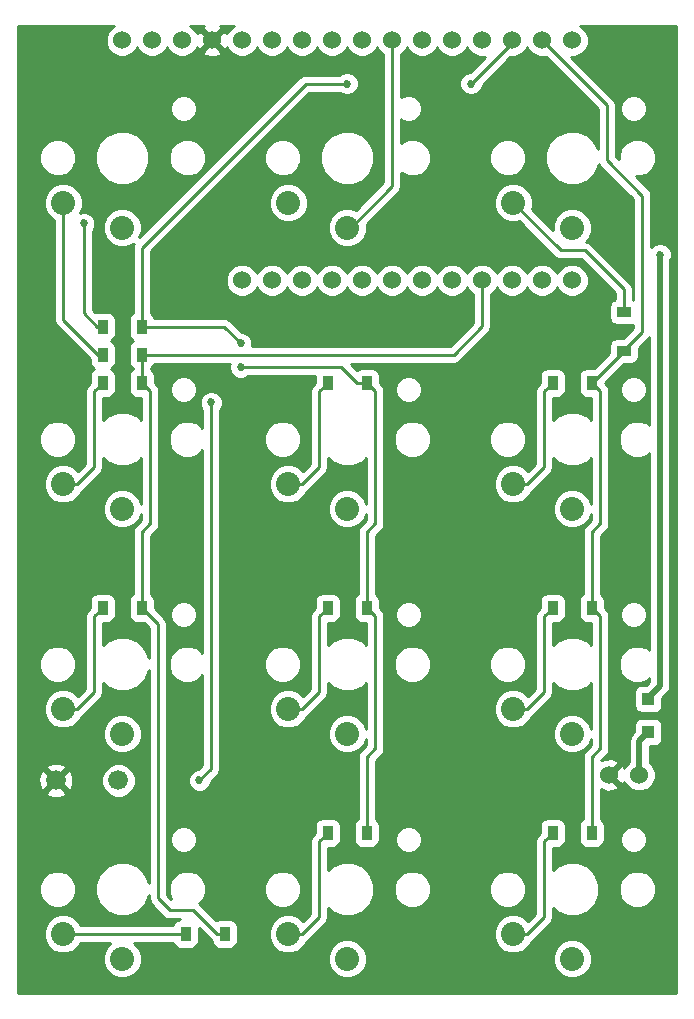
<source format=gbl>
G04 #@! TF.FileFunction,Copper,L2,Bot,Signal*
%FSLAX46Y46*%
G04 Gerber Fmt 4.6, Leading zero omitted, Abs format (unit mm)*
G04 Created by KiCad (PCBNEW 4.0.7) date Tuesday, February 27, 2018 'PMt' 06:21:59 PM*
%MOMM*%
%LPD*%
G01*
G04 APERTURE LIST*
%ADD10C,0.100000*%
%ADD11C,1.524000*%
%ADD12C,1.676400*%
%ADD13C,2.032000*%
%ADD14R,1.200000X0.900000*%
%ADD15R,0.900000X1.200000*%
%ADD16R,1.100000X1.100000*%
%ADD17C,0.685800*%
%ADD18C,0.254000*%
%ADD19C,0.250000*%
%ADD20C,0.508000*%
G04 APERTURE END LIST*
D10*
D11*
X91110000Y-74660000D03*
X93650000Y-74660000D03*
X96190000Y-74660000D03*
X98730000Y-74660000D03*
X101270000Y-74660000D03*
X103810000Y-74660000D03*
X106350000Y-74660000D03*
X108890000Y-74660000D03*
X111430000Y-74660000D03*
X113970000Y-74660000D03*
X116510000Y-74660000D03*
X119050000Y-74660000D03*
X119050000Y-54340000D03*
X116510000Y-54340000D03*
X113970000Y-54340000D03*
X111430000Y-54340000D03*
X108890000Y-54340000D03*
X106350000Y-54340000D03*
X103810000Y-54340000D03*
X101270000Y-54340000D03*
X98730000Y-54340000D03*
X96190000Y-54340000D03*
X93650000Y-54340000D03*
X91110000Y-54340000D03*
X88570000Y-54340000D03*
X86030000Y-54340000D03*
X83490000Y-54340000D03*
X80950000Y-54340000D03*
D12*
X75350000Y-117000000D03*
X80650000Y-117000000D03*
D13*
X114062500Y-68093750D03*
X119062500Y-70193750D03*
X95012500Y-68093750D03*
X100012500Y-70193750D03*
X114062500Y-91906250D03*
X119062500Y-94006250D03*
X114062500Y-110956250D03*
X119062500Y-113056250D03*
X95012500Y-110956250D03*
X100012500Y-113056250D03*
X75962500Y-110956250D03*
X80962500Y-113056250D03*
X114062500Y-130006250D03*
X119062500Y-132106250D03*
X95012500Y-130006250D03*
X100012500Y-132106250D03*
X75962500Y-130006250D03*
X80962500Y-132106250D03*
D11*
X124740000Y-116540000D03*
X122200000Y-116540000D03*
D14*
X123444000Y-80644000D03*
X123444000Y-77344000D03*
D15*
X82612500Y-78581250D03*
X79312500Y-78581250D03*
X82612500Y-80962500D03*
X79312500Y-80962500D03*
X120712500Y-83343750D03*
X117412500Y-83343750D03*
X101662500Y-83343750D03*
X98362500Y-83343750D03*
X82612500Y-83343750D03*
X79312500Y-83343750D03*
X120712500Y-102393750D03*
X117412500Y-102393750D03*
X101662500Y-102393750D03*
X98362500Y-102393750D03*
X82612500Y-102393750D03*
X79312500Y-102393750D03*
D16*
X125500000Y-110100000D03*
X125500000Y-112900000D03*
D15*
X120712500Y-121443750D03*
X117412500Y-121443750D03*
X101662500Y-121443750D03*
X98362500Y-121443750D03*
X89650000Y-130000000D03*
X86350000Y-130000000D03*
D13*
X75962500Y-91906250D03*
X80962500Y-94006250D03*
X95012500Y-91906250D03*
X100012500Y-94006250D03*
X75962500Y-68093750D03*
X80962500Y-70193750D03*
D17*
X110500000Y-58000000D03*
X100000000Y-58000000D03*
X91000000Y-80000000D03*
X91000000Y-82000000D03*
X126500000Y-72500000D03*
X77724000Y-69850000D03*
X88500000Y-85000000D03*
X87500000Y-117000000D03*
D18*
X84000000Y-103781250D02*
X82612500Y-102393750D01*
X84000000Y-127000000D02*
X84000000Y-103781250D01*
X85000000Y-128000000D02*
X84000000Y-127000000D01*
X87000000Y-128000000D02*
X85000000Y-128000000D01*
X89000000Y-130000000D02*
X87000000Y-128000000D01*
X89650000Y-130000000D02*
X89000000Y-130000000D01*
X111430000Y-74660000D02*
X111430000Y-78570000D01*
X109037500Y-80962500D02*
X82612500Y-80962500D01*
X111430000Y-78570000D02*
X109037500Y-80962500D01*
X82612500Y-83343750D02*
X82612500Y-80962500D01*
X82612500Y-83343750D02*
X82612500Y-82866500D01*
D19*
X82612500Y-102393750D02*
X82612500Y-95981250D01*
X83343750Y-84075000D02*
X82612500Y-83343750D01*
X83343750Y-95250000D02*
X83343750Y-84075000D01*
X82612500Y-95981250D02*
X83343750Y-95250000D01*
D18*
X75962500Y-130006250D02*
X86343750Y-130006250D01*
X86343750Y-130006250D02*
X86350000Y-130000000D01*
X86650000Y-130000000D02*
X86650000Y-129650000D01*
X82612500Y-78581250D02*
X82612500Y-71887500D01*
X110500000Y-58000000D02*
X113970000Y-54530000D01*
X96500000Y-58000000D02*
X100000000Y-58000000D01*
X82612500Y-71887500D02*
X96500000Y-58000000D01*
X113970000Y-54530000D02*
X113970000Y-54340000D01*
X101662500Y-83343750D02*
X100843750Y-83343750D01*
X89581250Y-78581250D02*
X82612500Y-78581250D01*
X91000000Y-80000000D02*
X89581250Y-78581250D01*
X99500000Y-82000000D02*
X91000000Y-82000000D01*
X100843750Y-83343750D02*
X99500000Y-82000000D01*
D19*
X101662500Y-102393750D02*
X101662500Y-95981250D01*
X102393750Y-84075000D02*
X101662500Y-83343750D01*
X102393750Y-95250000D02*
X102393750Y-84075000D01*
X101662500Y-95981250D02*
X102393750Y-95250000D01*
X101662500Y-121443750D02*
X101662500Y-115031250D01*
X102393750Y-103125000D02*
X101662500Y-102393750D01*
X102393750Y-114300000D02*
X102393750Y-103125000D01*
X101662500Y-115031250D02*
X102393750Y-114300000D01*
X97631250Y-122175000D02*
X98362500Y-121443750D01*
X97631250Y-128587500D02*
X97631250Y-122175000D01*
X96212500Y-130006250D02*
X97631250Y-128587500D01*
X95012500Y-130006250D02*
X96212500Y-130006250D01*
D18*
X123444000Y-80644000D02*
X123444000Y-80556000D01*
X123444000Y-80556000D02*
X125000000Y-79000000D01*
X122000000Y-59830000D02*
X116510000Y-54340000D01*
X122000000Y-64500000D02*
X122000000Y-59830000D01*
X125000000Y-67500000D02*
X122000000Y-64500000D01*
X125000000Y-79000000D02*
X125000000Y-67500000D01*
X120712500Y-83343750D02*
X120744250Y-83343750D01*
X120744250Y-83343750D02*
X123444000Y-80644000D01*
D19*
X120712500Y-102393750D02*
X120712500Y-95981250D01*
X121443750Y-84075000D02*
X120712500Y-83343750D01*
X121443750Y-95250000D02*
X121443750Y-84075000D01*
X120712500Y-95981250D02*
X121443750Y-95250000D01*
X120712500Y-121443750D02*
X120712500Y-115031250D01*
X121443750Y-103125000D02*
X120712500Y-102393750D01*
X121443750Y-114300000D02*
X121443750Y-103125000D01*
X120712500Y-115031250D02*
X121443750Y-114300000D01*
X116681250Y-122175000D02*
X117412500Y-121443750D01*
X116681250Y-128587500D02*
X116681250Y-122175000D01*
X115262500Y-130006250D02*
X116681250Y-128587500D01*
X114062500Y-130006250D02*
X115262500Y-130006250D01*
D20*
X126500000Y-72500000D02*
X126500000Y-108000000D01*
X126500000Y-108000000D02*
X126500000Y-109000000D01*
X126500000Y-109000000D02*
X125500000Y-110000000D01*
X125500000Y-110000000D02*
X125500000Y-110100000D01*
D18*
X125500000Y-110100000D02*
X125500000Y-110000000D01*
D20*
X124740000Y-116540000D02*
X124740000Y-113660000D01*
X124740000Y-113660000D02*
X125500000Y-112900000D01*
D19*
X75962500Y-110956250D02*
X77162500Y-110956250D01*
X78581250Y-103125000D02*
X79312500Y-102393750D01*
X78581250Y-109537500D02*
X78581250Y-103125000D01*
X77162500Y-110956250D02*
X78581250Y-109537500D01*
X95012500Y-110956250D02*
X96212500Y-110956250D01*
X97631250Y-103125000D02*
X98362500Y-102393750D01*
X97631250Y-109537500D02*
X97631250Y-103125000D01*
X96212500Y-110956250D02*
X97631250Y-109537500D01*
X114062500Y-110956250D02*
X115262500Y-110956250D01*
X116681250Y-103125000D02*
X117412500Y-102393750D01*
X116681250Y-109537500D02*
X116681250Y-103125000D01*
X115262500Y-110956250D02*
X116681250Y-109537500D01*
X75962500Y-91906250D02*
X77162500Y-91906250D01*
X78581250Y-84075000D02*
X79312500Y-83343750D01*
X78581250Y-90487500D02*
X78581250Y-84075000D01*
X77162500Y-91906250D02*
X78581250Y-90487500D01*
X95012500Y-91906250D02*
X96212500Y-91906250D01*
X97631250Y-84075000D02*
X98362500Y-83343750D01*
X97631250Y-90487500D02*
X97631250Y-84075000D01*
X96212500Y-91906250D02*
X97631250Y-90487500D01*
X114062500Y-91906250D02*
X115262500Y-91906250D01*
X116681250Y-84075000D02*
X117412500Y-83343750D01*
X116681250Y-90487500D02*
X116681250Y-84075000D01*
X115262500Y-91906250D02*
X116681250Y-90487500D01*
D18*
X79312500Y-80962500D02*
X78930500Y-80962500D01*
X78930500Y-80962500D02*
X75962500Y-77994500D01*
X75962500Y-77994500D02*
X75962500Y-68093750D01*
X79312500Y-78581250D02*
X78835250Y-78581250D01*
X77724000Y-77470000D02*
X77724000Y-69850000D01*
X78835250Y-78581250D02*
X77724000Y-77470000D01*
X118104750Y-72136000D02*
X114062500Y-68093750D01*
X120142000Y-72136000D02*
X118104750Y-72136000D01*
X123444000Y-75438000D02*
X120142000Y-72136000D01*
X123444000Y-77344000D02*
X123444000Y-75438000D01*
X100012500Y-70193750D02*
X100306250Y-70193750D01*
X100306250Y-70193750D02*
X103810000Y-66690000D01*
X103810000Y-66690000D02*
X103810000Y-54340000D01*
X88500000Y-116000000D02*
X88500000Y-85000000D01*
X87500000Y-117000000D02*
X88500000Y-116000000D01*
G36*
X80159697Y-53154990D02*
X79766371Y-53547630D01*
X79553243Y-54060900D01*
X79552758Y-54616661D01*
X79764990Y-55130303D01*
X80157630Y-55523629D01*
X80670900Y-55736757D01*
X81226661Y-55737242D01*
X81740303Y-55525010D01*
X82133629Y-55132370D01*
X82219949Y-54924488D01*
X82304990Y-55130303D01*
X82697630Y-55523629D01*
X83210900Y-55736757D01*
X83766661Y-55737242D01*
X84280303Y-55525010D01*
X84673629Y-55132370D01*
X84759949Y-54924488D01*
X84844990Y-55130303D01*
X85237630Y-55523629D01*
X85750900Y-55736757D01*
X86306661Y-55737242D01*
X86820303Y-55525010D01*
X87025457Y-55320213D01*
X87769392Y-55320213D01*
X87838857Y-55562397D01*
X88362302Y-55749144D01*
X88917368Y-55721362D01*
X89301143Y-55562397D01*
X89370608Y-55320213D01*
X88570000Y-54519605D01*
X87769392Y-55320213D01*
X87025457Y-55320213D01*
X87213629Y-55132370D01*
X87293395Y-54940273D01*
X87347603Y-55071143D01*
X87589787Y-55140608D01*
X88390395Y-54340000D01*
X87589787Y-53539392D01*
X87347603Y-53608857D01*
X87297491Y-53749318D01*
X87215010Y-53549697D01*
X86822370Y-53156371D01*
X86680593Y-53097500D01*
X87887390Y-53097500D01*
X87838857Y-53117603D01*
X87769392Y-53359787D01*
X88570000Y-54160395D01*
X89370608Y-53359787D01*
X89301143Y-53117603D01*
X89244795Y-53097500D01*
X90458834Y-53097500D01*
X90319697Y-53154990D01*
X89926371Y-53547630D01*
X89846605Y-53739727D01*
X89792397Y-53608857D01*
X89550213Y-53539392D01*
X88749605Y-54340000D01*
X89550213Y-55140608D01*
X89792397Y-55071143D01*
X89842509Y-54930682D01*
X89924990Y-55130303D01*
X90317630Y-55523629D01*
X90830900Y-55736757D01*
X91386661Y-55737242D01*
X91900303Y-55525010D01*
X92293629Y-55132370D01*
X92379949Y-54924488D01*
X92464990Y-55130303D01*
X92857630Y-55523629D01*
X93370900Y-55736757D01*
X93926661Y-55737242D01*
X94440303Y-55525010D01*
X94833629Y-55132370D01*
X94919949Y-54924488D01*
X95004990Y-55130303D01*
X95397630Y-55523629D01*
X95910900Y-55736757D01*
X96466661Y-55737242D01*
X96980303Y-55525010D01*
X97373629Y-55132370D01*
X97459949Y-54924488D01*
X97544990Y-55130303D01*
X97937630Y-55523629D01*
X98450900Y-55736757D01*
X99006661Y-55737242D01*
X99520303Y-55525010D01*
X99913629Y-55132370D01*
X99999949Y-54924488D01*
X100084990Y-55130303D01*
X100477630Y-55523629D01*
X100990900Y-55736757D01*
X101546661Y-55737242D01*
X102060303Y-55525010D01*
X102453629Y-55132370D01*
X102539949Y-54924488D01*
X102624990Y-55130303D01*
X103017630Y-55523629D01*
X103048000Y-55536240D01*
X103048000Y-66374369D01*
X100721778Y-68700591D01*
X100342345Y-68543037D01*
X99685537Y-68542464D01*
X99078505Y-68793284D01*
X98613666Y-69257313D01*
X98361787Y-69863905D01*
X98361214Y-70520713D01*
X98612034Y-71127745D01*
X99076063Y-71592584D01*
X99682655Y-71844463D01*
X100339463Y-71845036D01*
X100946495Y-71594216D01*
X101411334Y-71130187D01*
X101663213Y-70523595D01*
X101663745Y-69913885D01*
X104348816Y-67228815D01*
X104447834Y-67080623D01*
X104513996Y-66981605D01*
X104572000Y-66690000D01*
X104572000Y-65562680D01*
X104626486Y-65617261D01*
X105200416Y-65855578D01*
X105821858Y-65856120D01*
X106396202Y-65618806D01*
X106836011Y-65179764D01*
X107074328Y-64605834D01*
X107074330Y-64603108D01*
X112000130Y-64603108D01*
X112237444Y-65177452D01*
X112676486Y-65617261D01*
X113250416Y-65855578D01*
X113871858Y-65856120D01*
X114446202Y-65618806D01*
X114886011Y-65179764D01*
X115124328Y-64605834D01*
X115124870Y-63984392D01*
X114887556Y-63410048D01*
X114448514Y-62970239D01*
X113874584Y-62731922D01*
X113253142Y-62731380D01*
X112678798Y-62968694D01*
X112238989Y-63407736D01*
X112000672Y-63981666D01*
X112000130Y-64603108D01*
X107074330Y-64603108D01*
X107074870Y-63984392D01*
X106837556Y-63410048D01*
X106398514Y-62970239D01*
X105824584Y-62731922D01*
X105203142Y-62731380D01*
X104628798Y-62968694D01*
X104572000Y-63025393D01*
X104572000Y-61031979D01*
X104591400Y-61051413D01*
X105006683Y-61223853D01*
X105456344Y-61224246D01*
X105871927Y-61052531D01*
X106190163Y-60734850D01*
X106362603Y-60319567D01*
X106362996Y-59869906D01*
X106191281Y-59454323D01*
X105873600Y-59136087D01*
X105458317Y-58963647D01*
X105008656Y-58963254D01*
X104593073Y-59134969D01*
X104572000Y-59156005D01*
X104572000Y-55536705D01*
X104600303Y-55525010D01*
X104993629Y-55132370D01*
X105079949Y-54924488D01*
X105164990Y-55130303D01*
X105557630Y-55523629D01*
X106070900Y-55736757D01*
X106626661Y-55737242D01*
X107140303Y-55525010D01*
X107533629Y-55132370D01*
X107619949Y-54924488D01*
X107704990Y-55130303D01*
X108097630Y-55523629D01*
X108610900Y-55736757D01*
X109166661Y-55737242D01*
X109680303Y-55525010D01*
X110073629Y-55132370D01*
X110159949Y-54924488D01*
X110244990Y-55130303D01*
X110637630Y-55523629D01*
X111150900Y-55736757D01*
X111685147Y-55737223D01*
X110400357Y-57022013D01*
X110306337Y-57021931D01*
X109946788Y-57170493D01*
X109671460Y-57445341D01*
X109522270Y-57804630D01*
X109521931Y-58193663D01*
X109670493Y-58553212D01*
X109945341Y-58828540D01*
X110304630Y-58977730D01*
X110693663Y-58978069D01*
X111053212Y-58829507D01*
X111328540Y-58554659D01*
X111477730Y-58195370D01*
X111477813Y-58099817D01*
X113840742Y-55736888D01*
X114246661Y-55737242D01*
X114760303Y-55525010D01*
X115153629Y-55132370D01*
X115239949Y-54924488D01*
X115324990Y-55130303D01*
X115717630Y-55523629D01*
X116230900Y-55736757D01*
X116786661Y-55737242D01*
X116817054Y-55724684D01*
X121238000Y-60145631D01*
X121238000Y-63539386D01*
X121012379Y-62993342D01*
X120366309Y-62346143D01*
X119521746Y-61995450D01*
X118607266Y-61994652D01*
X117762092Y-62343871D01*
X117114893Y-62989941D01*
X116764200Y-63834504D01*
X116763402Y-64748984D01*
X117112621Y-65594158D01*
X117758691Y-66241357D01*
X118603254Y-66592050D01*
X119517734Y-66592848D01*
X120362908Y-66243629D01*
X121010107Y-65597559D01*
X121326079Y-64836615D01*
X121461185Y-65038815D01*
X124238000Y-67815631D01*
X124238000Y-76285846D01*
X124206000Y-76279366D01*
X124206000Y-75438000D01*
X124147996Y-75146395D01*
X123982815Y-74899185D01*
X120680815Y-71597185D01*
X120568697Y-71522270D01*
X120433605Y-71432004D01*
X120204618Y-71386456D01*
X120461334Y-71130187D01*
X120713213Y-70523595D01*
X120713786Y-69866787D01*
X120462966Y-69259755D01*
X119998937Y-68794916D01*
X119392345Y-68543037D01*
X118735537Y-68542464D01*
X118128505Y-68793284D01*
X117663666Y-69257313D01*
X117411787Y-69863905D01*
X117411350Y-70364969D01*
X115641846Y-68595466D01*
X115713213Y-68423595D01*
X115713786Y-67766787D01*
X115462966Y-67159755D01*
X114998937Y-66694916D01*
X114392345Y-66443037D01*
X113735537Y-66442464D01*
X113128505Y-66693284D01*
X112663666Y-67157313D01*
X112411787Y-67763905D01*
X112411214Y-68420713D01*
X112662034Y-69027745D01*
X113126063Y-69492584D01*
X113732655Y-69744463D01*
X114389463Y-69745036D01*
X114564027Y-69672908D01*
X117565935Y-72674816D01*
X117714127Y-72773834D01*
X117813145Y-72839996D01*
X118104750Y-72898000D01*
X119826370Y-72898000D01*
X122682000Y-75753630D01*
X122682000Y-76277042D01*
X122608683Y-76290838D01*
X122392559Y-76429910D01*
X122247569Y-76642110D01*
X122196560Y-76894000D01*
X122196560Y-77794000D01*
X122240838Y-78029317D01*
X122379910Y-78245441D01*
X122592110Y-78390431D01*
X122844000Y-78441440D01*
X124044000Y-78441440D01*
X124238000Y-78404936D01*
X124238000Y-78684369D01*
X123375810Y-79546560D01*
X122844000Y-79546560D01*
X122608683Y-79590838D01*
X122392559Y-79729910D01*
X122247569Y-79942110D01*
X122196560Y-80194000D01*
X122196560Y-80813810D01*
X120914060Y-82096310D01*
X120262500Y-82096310D01*
X120027183Y-82140588D01*
X119811059Y-82279660D01*
X119666069Y-82491860D01*
X119615060Y-82743750D01*
X119615060Y-83943750D01*
X119659338Y-84179067D01*
X119798410Y-84395191D01*
X120010610Y-84540181D01*
X120262500Y-84591190D01*
X120683750Y-84591190D01*
X120683750Y-86476639D01*
X120366309Y-86158643D01*
X119521746Y-85807950D01*
X118607266Y-85807152D01*
X117762092Y-86156371D01*
X117441250Y-86476653D01*
X117441250Y-84591190D01*
X117862500Y-84591190D01*
X118097817Y-84546912D01*
X118313941Y-84407840D01*
X118458931Y-84195640D01*
X118509940Y-83943750D01*
X118509940Y-82743750D01*
X118465662Y-82508433D01*
X118326590Y-82292309D01*
X118114390Y-82147319D01*
X117862500Y-82096310D01*
X116962500Y-82096310D01*
X116727183Y-82140588D01*
X116511059Y-82279660D01*
X116366069Y-82491860D01*
X116315060Y-82743750D01*
X116315060Y-83366388D01*
X116143849Y-83537599D01*
X115979102Y-83784161D01*
X115921250Y-84075000D01*
X115921250Y-90172697D01*
X115292478Y-90801469D01*
X114998937Y-90507416D01*
X114392345Y-90255537D01*
X113735537Y-90254964D01*
X113128505Y-90505784D01*
X112663666Y-90969813D01*
X112411787Y-91576405D01*
X112411214Y-92233213D01*
X112662034Y-92840245D01*
X113126063Y-93305084D01*
X113732655Y-93556963D01*
X114389463Y-93557536D01*
X114996495Y-93306716D01*
X115461334Y-92842687D01*
X115560647Y-92603515D01*
X115799901Y-92443651D01*
X117218651Y-91024902D01*
X117383397Y-90778340D01*
X117383398Y-90778339D01*
X117441250Y-90487500D01*
X117441250Y-89735861D01*
X117758691Y-90053857D01*
X118603254Y-90404550D01*
X119517734Y-90405348D01*
X120362908Y-90056129D01*
X120683750Y-89735847D01*
X120683750Y-93606594D01*
X120462966Y-93072255D01*
X119998937Y-92607416D01*
X119392345Y-92355537D01*
X118735537Y-92354964D01*
X118128505Y-92605784D01*
X117663666Y-93069813D01*
X117411787Y-93676405D01*
X117411214Y-94333213D01*
X117662034Y-94940245D01*
X118126063Y-95405084D01*
X118732655Y-95656963D01*
X119389463Y-95657536D01*
X119996495Y-95406716D01*
X120461334Y-94942687D01*
X120683750Y-94407050D01*
X120683750Y-94935198D01*
X120175099Y-95443849D01*
X120010352Y-95690411D01*
X119952500Y-95981250D01*
X119952500Y-101238645D01*
X119811059Y-101329660D01*
X119666069Y-101541860D01*
X119615060Y-101793750D01*
X119615060Y-102993750D01*
X119659338Y-103229067D01*
X119798410Y-103445191D01*
X120010610Y-103590181D01*
X120262500Y-103641190D01*
X120683750Y-103641190D01*
X120683750Y-105526639D01*
X120366309Y-105208643D01*
X119521746Y-104857950D01*
X118607266Y-104857152D01*
X117762092Y-105206371D01*
X117441250Y-105526653D01*
X117441250Y-103641190D01*
X117862500Y-103641190D01*
X118097817Y-103596912D01*
X118313941Y-103457840D01*
X118458931Y-103245640D01*
X118509940Y-102993750D01*
X118509940Y-101793750D01*
X118465662Y-101558433D01*
X118326590Y-101342309D01*
X118114390Y-101197319D01*
X117862500Y-101146310D01*
X116962500Y-101146310D01*
X116727183Y-101190588D01*
X116511059Y-101329660D01*
X116366069Y-101541860D01*
X116315060Y-101793750D01*
X116315060Y-102416388D01*
X116143849Y-102587599D01*
X115979102Y-102834161D01*
X115921250Y-103125000D01*
X115921250Y-109222697D01*
X115292478Y-109851469D01*
X114998937Y-109557416D01*
X114392345Y-109305537D01*
X113735537Y-109304964D01*
X113128505Y-109555784D01*
X112663666Y-110019813D01*
X112411787Y-110626405D01*
X112411214Y-111283213D01*
X112662034Y-111890245D01*
X113126063Y-112355084D01*
X113732655Y-112606963D01*
X114389463Y-112607536D01*
X114996495Y-112356716D01*
X115461334Y-111892687D01*
X115560647Y-111653515D01*
X115799901Y-111493651D01*
X117218651Y-110074902D01*
X117383397Y-109828340D01*
X117383398Y-109828339D01*
X117441250Y-109537500D01*
X117441250Y-108785861D01*
X117758691Y-109103857D01*
X118603254Y-109454550D01*
X119517734Y-109455348D01*
X120362908Y-109106129D01*
X120683750Y-108785847D01*
X120683750Y-112656594D01*
X120462966Y-112122255D01*
X119998937Y-111657416D01*
X119392345Y-111405537D01*
X118735537Y-111404964D01*
X118128505Y-111655784D01*
X117663666Y-112119813D01*
X117411787Y-112726405D01*
X117411214Y-113383213D01*
X117662034Y-113990245D01*
X118126063Y-114455084D01*
X118732655Y-114706963D01*
X119389463Y-114707536D01*
X119996495Y-114456716D01*
X120461334Y-113992687D01*
X120683750Y-113457050D01*
X120683750Y-113985198D01*
X120175099Y-114493849D01*
X120010352Y-114740411D01*
X119952500Y-115031250D01*
X119952500Y-120288645D01*
X119811059Y-120379660D01*
X119666069Y-120591860D01*
X119615060Y-120843750D01*
X119615060Y-122043750D01*
X119659338Y-122279067D01*
X119798410Y-122495191D01*
X120010610Y-122640181D01*
X120262500Y-122691190D01*
X121162500Y-122691190D01*
X121397817Y-122646912D01*
X121613941Y-122507840D01*
X121758931Y-122295640D01*
X121772204Y-122230094D01*
X123152004Y-122230094D01*
X123323719Y-122645677D01*
X123641400Y-122963913D01*
X124056683Y-123136353D01*
X124506344Y-123136746D01*
X124921927Y-122965031D01*
X125240163Y-122647350D01*
X125412603Y-122232067D01*
X125412996Y-121782406D01*
X125241281Y-121366823D01*
X124923600Y-121048587D01*
X124508317Y-120876147D01*
X124058656Y-120875754D01*
X123643073Y-121047469D01*
X123324837Y-121365150D01*
X123152397Y-121780433D01*
X123152004Y-122230094D01*
X121772204Y-122230094D01*
X121809940Y-122043750D01*
X121809940Y-120843750D01*
X121765662Y-120608433D01*
X121626590Y-120392309D01*
X121472500Y-120287024D01*
X121472500Y-117763697D01*
X121992302Y-117949144D01*
X122547368Y-117921362D01*
X122931143Y-117762397D01*
X123000608Y-117520213D01*
X122200000Y-116719605D01*
X122185858Y-116733748D01*
X122006253Y-116554143D01*
X122020395Y-116540000D01*
X122379605Y-116540000D01*
X123180213Y-117340608D01*
X123422397Y-117271143D01*
X123472509Y-117130682D01*
X123554990Y-117330303D01*
X123947630Y-117723629D01*
X124460900Y-117936757D01*
X125016661Y-117937242D01*
X125530303Y-117725010D01*
X125923629Y-117332370D01*
X126136757Y-116819100D01*
X126137242Y-116263339D01*
X125925010Y-115749697D01*
X125629000Y-115453170D01*
X125629000Y-114097440D01*
X126050000Y-114097440D01*
X126285317Y-114053162D01*
X126501441Y-113914090D01*
X126646431Y-113701890D01*
X126697440Y-113450000D01*
X126697440Y-112350000D01*
X126653162Y-112114683D01*
X126514090Y-111898559D01*
X126301890Y-111753569D01*
X126050000Y-111702560D01*
X124950000Y-111702560D01*
X124714683Y-111746838D01*
X124498559Y-111885910D01*
X124353569Y-112098110D01*
X124302560Y-112350000D01*
X124302560Y-112840204D01*
X124111382Y-113031382D01*
X123918671Y-113319794D01*
X123851000Y-113660000D01*
X123851000Y-115453515D01*
X123556371Y-115747630D01*
X123476605Y-115939727D01*
X123422397Y-115808857D01*
X123180213Y-115739392D01*
X122379605Y-116540000D01*
X122020395Y-116540000D01*
X122006253Y-116525858D01*
X122185858Y-116346253D01*
X122200000Y-116360395D01*
X123000608Y-115559787D01*
X122931143Y-115317603D01*
X122407698Y-115130856D01*
X121852632Y-115158638D01*
X121523642Y-115294910D01*
X121981151Y-114837401D01*
X122145898Y-114590839D01*
X122203750Y-114300000D01*
X122203750Y-103180094D01*
X123152004Y-103180094D01*
X123323719Y-103595677D01*
X123641400Y-103913913D01*
X124056683Y-104086353D01*
X124506344Y-104086746D01*
X124921927Y-103915031D01*
X125240163Y-103597350D01*
X125412603Y-103182067D01*
X125412996Y-102732406D01*
X125241281Y-102316823D01*
X124923600Y-101998587D01*
X124508317Y-101826147D01*
X124058656Y-101825754D01*
X123643073Y-101997469D01*
X123324837Y-102315150D01*
X123152397Y-102730433D01*
X123152004Y-103180094D01*
X122203750Y-103180094D01*
X122203750Y-103125000D01*
X122145898Y-102834161D01*
X121981151Y-102587599D01*
X121809940Y-102416388D01*
X121809940Y-101793750D01*
X121765662Y-101558433D01*
X121626590Y-101342309D01*
X121472500Y-101237024D01*
X121472500Y-96296052D01*
X121981151Y-95787401D01*
X122145898Y-95540839D01*
X122203750Y-95250000D01*
X122203750Y-84130094D01*
X123152004Y-84130094D01*
X123323719Y-84545677D01*
X123641400Y-84863913D01*
X124056683Y-85036353D01*
X124506344Y-85036746D01*
X124921927Y-84865031D01*
X125240163Y-84547350D01*
X125412603Y-84132067D01*
X125412996Y-83682406D01*
X125241281Y-83266823D01*
X124923600Y-82948587D01*
X124508317Y-82776147D01*
X124058656Y-82775754D01*
X123643073Y-82947469D01*
X123324837Y-83265150D01*
X123152397Y-83680433D01*
X123152004Y-84130094D01*
X122203750Y-84130094D01*
X122203750Y-84075000D01*
X122145898Y-83784161D01*
X121981151Y-83537599D01*
X121809940Y-83366388D01*
X121809940Y-83355690D01*
X123424190Y-81741440D01*
X124044000Y-81741440D01*
X124279317Y-81697162D01*
X124495441Y-81558090D01*
X124640431Y-81345890D01*
X124691440Y-81094000D01*
X124691440Y-80386190D01*
X125538815Y-79538816D01*
X125611000Y-79430783D01*
X125611000Y-86945509D01*
X125448514Y-86782739D01*
X124874584Y-86544422D01*
X124253142Y-86543880D01*
X123678798Y-86781194D01*
X123238989Y-87220236D01*
X123000672Y-87794166D01*
X123000130Y-88415608D01*
X123237444Y-88989952D01*
X123676486Y-89429761D01*
X124250416Y-89668078D01*
X124871858Y-89668620D01*
X125446202Y-89431306D01*
X125611000Y-89266795D01*
X125611000Y-105995509D01*
X125448514Y-105832739D01*
X124874584Y-105594422D01*
X124253142Y-105593880D01*
X123678798Y-105831194D01*
X123238989Y-106270236D01*
X123000672Y-106844166D01*
X123000130Y-107465608D01*
X123237444Y-108039952D01*
X123676486Y-108479761D01*
X124250416Y-108718078D01*
X124871858Y-108718620D01*
X125446202Y-108481306D01*
X125611000Y-108316795D01*
X125611000Y-108631764D01*
X125340204Y-108902560D01*
X124950000Y-108902560D01*
X124714683Y-108946838D01*
X124498559Y-109085910D01*
X124353569Y-109298110D01*
X124302560Y-109550000D01*
X124302560Y-110650000D01*
X124346838Y-110885317D01*
X124485910Y-111101441D01*
X124698110Y-111246431D01*
X124950000Y-111297440D01*
X126050000Y-111297440D01*
X126285317Y-111253162D01*
X126501441Y-111114090D01*
X126646431Y-110901890D01*
X126697440Y-110650000D01*
X126697440Y-110059796D01*
X127128618Y-109628618D01*
X127321330Y-109340205D01*
X127389000Y-109000000D01*
X127389000Y-72909055D01*
X127477730Y-72695370D01*
X127478069Y-72306337D01*
X127329507Y-71946788D01*
X127054659Y-71671460D01*
X126695370Y-71522270D01*
X126306337Y-71521931D01*
X125946788Y-71670493D01*
X125762000Y-71854959D01*
X125762000Y-67500000D01*
X125703996Y-67208395D01*
X125637834Y-67109377D01*
X125538816Y-66961185D01*
X124433368Y-65855738D01*
X124871858Y-65856120D01*
X125446202Y-65618806D01*
X125886011Y-65179764D01*
X126124328Y-64605834D01*
X126124870Y-63984392D01*
X125887556Y-63410048D01*
X125448514Y-62970239D01*
X124874584Y-62731922D01*
X124253142Y-62731380D01*
X123678798Y-62968694D01*
X123238989Y-63407736D01*
X123000672Y-63981666D01*
X123000287Y-64422657D01*
X122762000Y-64184370D01*
X122762000Y-60317594D01*
X123152004Y-60317594D01*
X123323719Y-60733177D01*
X123641400Y-61051413D01*
X124056683Y-61223853D01*
X124506344Y-61224246D01*
X124921927Y-61052531D01*
X125240163Y-60734850D01*
X125412603Y-60319567D01*
X125412996Y-59869906D01*
X125241281Y-59454323D01*
X124923600Y-59136087D01*
X124508317Y-58963647D01*
X124058656Y-58963254D01*
X123643073Y-59134969D01*
X123324837Y-59452650D01*
X123152397Y-59867933D01*
X123152004Y-60317594D01*
X122762000Y-60317594D01*
X122762000Y-59830000D01*
X122703996Y-59538395D01*
X122646703Y-59452650D01*
X122538815Y-59291184D01*
X118984574Y-55736943D01*
X119326661Y-55737242D01*
X119840303Y-55525010D01*
X120233629Y-55132370D01*
X120446757Y-54619100D01*
X120447242Y-54063339D01*
X120235010Y-53549697D01*
X119842370Y-53156371D01*
X119700593Y-53097500D01*
X127877500Y-53097500D01*
X127877500Y-135021250D01*
X72147500Y-135021250D01*
X72147500Y-126515608D01*
X73900130Y-126515608D01*
X74137444Y-127089952D01*
X74576486Y-127529761D01*
X75150416Y-127768078D01*
X75771858Y-127768620D01*
X76346202Y-127531306D01*
X76786011Y-127092264D01*
X77024328Y-126518334D01*
X77024870Y-125896892D01*
X76787556Y-125322548D01*
X76348514Y-124882739D01*
X75774584Y-124644422D01*
X75153142Y-124643880D01*
X74578798Y-124881194D01*
X74138989Y-125320236D01*
X73900672Y-125894166D01*
X73900130Y-126515608D01*
X72147500Y-126515608D01*
X72147500Y-118035413D01*
X74494192Y-118035413D01*
X74573017Y-118285490D01*
X75124097Y-118484977D01*
X75709569Y-118458389D01*
X76126983Y-118285490D01*
X76205808Y-118035413D01*
X75350000Y-117179605D01*
X74494192Y-118035413D01*
X72147500Y-118035413D01*
X72147500Y-116774097D01*
X73865023Y-116774097D01*
X73891611Y-117359569D01*
X74064510Y-117776983D01*
X74314587Y-117855808D01*
X75170395Y-117000000D01*
X75529605Y-117000000D01*
X76385413Y-117855808D01*
X76635490Y-117776983D01*
X76811140Y-117291752D01*
X79176545Y-117291752D01*
X79400353Y-117833411D01*
X79814409Y-118248190D01*
X80355677Y-118472944D01*
X80941752Y-118473455D01*
X81483411Y-118249647D01*
X81898190Y-117835591D01*
X82122944Y-117294323D01*
X82123455Y-116708248D01*
X81899647Y-116166589D01*
X81485591Y-115751810D01*
X80944323Y-115527056D01*
X80358248Y-115526545D01*
X79816589Y-115750353D01*
X79401810Y-116164409D01*
X79177056Y-116705677D01*
X79176545Y-117291752D01*
X76811140Y-117291752D01*
X76834977Y-117225903D01*
X76808389Y-116640431D01*
X76635490Y-116223017D01*
X76385413Y-116144192D01*
X75529605Y-117000000D01*
X75170395Y-117000000D01*
X74314587Y-116144192D01*
X74064510Y-116223017D01*
X73865023Y-116774097D01*
X72147500Y-116774097D01*
X72147500Y-115964587D01*
X74494192Y-115964587D01*
X75350000Y-116820395D01*
X76205808Y-115964587D01*
X76126983Y-115714510D01*
X75575903Y-115515023D01*
X74990431Y-115541611D01*
X74573017Y-115714510D01*
X74494192Y-115964587D01*
X72147500Y-115964587D01*
X72147500Y-113383213D01*
X79311214Y-113383213D01*
X79562034Y-113990245D01*
X80026063Y-114455084D01*
X80632655Y-114706963D01*
X81289463Y-114707536D01*
X81896495Y-114456716D01*
X82361334Y-113992687D01*
X82613213Y-113386095D01*
X82613786Y-112729287D01*
X82362966Y-112122255D01*
X81898937Y-111657416D01*
X81292345Y-111405537D01*
X80635537Y-111404964D01*
X80028505Y-111655784D01*
X79563666Y-112119813D01*
X79311787Y-112726405D01*
X79311214Y-113383213D01*
X72147500Y-113383213D01*
X72147500Y-107465608D01*
X73900130Y-107465608D01*
X74137444Y-108039952D01*
X74576486Y-108479761D01*
X75150416Y-108718078D01*
X75771858Y-108718620D01*
X76346202Y-108481306D01*
X76786011Y-108042264D01*
X77024328Y-107468334D01*
X77024870Y-106846892D01*
X76787556Y-106272548D01*
X76348514Y-105832739D01*
X75774584Y-105594422D01*
X75153142Y-105593880D01*
X74578798Y-105831194D01*
X74138989Y-106270236D01*
X73900672Y-106844166D01*
X73900130Y-107465608D01*
X72147500Y-107465608D01*
X72147500Y-88415608D01*
X73900130Y-88415608D01*
X74137444Y-88989952D01*
X74576486Y-89429761D01*
X75150416Y-89668078D01*
X75771858Y-89668620D01*
X76346202Y-89431306D01*
X76786011Y-88992264D01*
X77024328Y-88418334D01*
X77024870Y-87796892D01*
X76787556Y-87222548D01*
X76348514Y-86782739D01*
X75774584Y-86544422D01*
X75153142Y-86543880D01*
X74578798Y-86781194D01*
X74138989Y-87220236D01*
X73900672Y-87794166D01*
X73900130Y-88415608D01*
X72147500Y-88415608D01*
X72147500Y-68420713D01*
X74311214Y-68420713D01*
X74562034Y-69027745D01*
X75026063Y-69492584D01*
X75200500Y-69565017D01*
X75200500Y-77994500D01*
X75258504Y-78286105D01*
X75362296Y-78441440D01*
X75423685Y-78533315D01*
X78215060Y-81324690D01*
X78215060Y-81562500D01*
X78259338Y-81797817D01*
X78398410Y-82013941D01*
X78604823Y-82154977D01*
X78411059Y-82279660D01*
X78266069Y-82491860D01*
X78215060Y-82743750D01*
X78215060Y-83366388D01*
X78043849Y-83537599D01*
X77879102Y-83784161D01*
X77821250Y-84075000D01*
X77821250Y-90172697D01*
X77192478Y-90801469D01*
X76898937Y-90507416D01*
X76292345Y-90255537D01*
X75635537Y-90254964D01*
X75028505Y-90505784D01*
X74563666Y-90969813D01*
X74311787Y-91576405D01*
X74311214Y-92233213D01*
X74562034Y-92840245D01*
X75026063Y-93305084D01*
X75632655Y-93556963D01*
X76289463Y-93557536D01*
X76896495Y-93306716D01*
X77361334Y-92842687D01*
X77460647Y-92603515D01*
X77699901Y-92443651D01*
X79118651Y-91024902D01*
X79283397Y-90778340D01*
X79283398Y-90778339D01*
X79341250Y-90487500D01*
X79341250Y-89735861D01*
X79658691Y-90053857D01*
X80503254Y-90404550D01*
X81417734Y-90405348D01*
X82262908Y-90056129D01*
X82583750Y-89735847D01*
X82583750Y-93606594D01*
X82362966Y-93072255D01*
X81898937Y-92607416D01*
X81292345Y-92355537D01*
X80635537Y-92354964D01*
X80028505Y-92605784D01*
X79563666Y-93069813D01*
X79311787Y-93676405D01*
X79311214Y-94333213D01*
X79562034Y-94940245D01*
X80026063Y-95405084D01*
X80632655Y-95656963D01*
X81289463Y-95657536D01*
X81896495Y-95406716D01*
X82361334Y-94942687D01*
X82583750Y-94407050D01*
X82583750Y-94935198D01*
X82075099Y-95443849D01*
X81910352Y-95690411D01*
X81852500Y-95981250D01*
X81852500Y-101238645D01*
X81711059Y-101329660D01*
X81566069Y-101541860D01*
X81515060Y-101793750D01*
X81515060Y-102993750D01*
X81559338Y-103229067D01*
X81698410Y-103445191D01*
X81910610Y-103590181D01*
X82162500Y-103641190D01*
X82782309Y-103641190D01*
X83238000Y-104096881D01*
X83238000Y-106643905D01*
X82912379Y-105855842D01*
X82266309Y-105208643D01*
X81421746Y-104857950D01*
X80507266Y-104857152D01*
X79662092Y-105206371D01*
X79341250Y-105526653D01*
X79341250Y-103641190D01*
X79762500Y-103641190D01*
X79997817Y-103596912D01*
X80213941Y-103457840D01*
X80358931Y-103245640D01*
X80409940Y-102993750D01*
X80409940Y-101793750D01*
X80365662Y-101558433D01*
X80226590Y-101342309D01*
X80014390Y-101197319D01*
X79762500Y-101146310D01*
X78862500Y-101146310D01*
X78627183Y-101190588D01*
X78411059Y-101329660D01*
X78266069Y-101541860D01*
X78215060Y-101793750D01*
X78215060Y-102416388D01*
X78043849Y-102587599D01*
X77879102Y-102834161D01*
X77821250Y-103125000D01*
X77821250Y-109222697D01*
X77192478Y-109851469D01*
X76898937Y-109557416D01*
X76292345Y-109305537D01*
X75635537Y-109304964D01*
X75028505Y-109555784D01*
X74563666Y-110019813D01*
X74311787Y-110626405D01*
X74311214Y-111283213D01*
X74562034Y-111890245D01*
X75026063Y-112355084D01*
X75632655Y-112606963D01*
X76289463Y-112607536D01*
X76896495Y-112356716D01*
X77361334Y-111892687D01*
X77460647Y-111653515D01*
X77699901Y-111493651D01*
X79118651Y-110074902D01*
X79283397Y-109828340D01*
X79283398Y-109828339D01*
X79341250Y-109537500D01*
X79341250Y-108785861D01*
X79658691Y-109103857D01*
X80503254Y-109454550D01*
X81417734Y-109455348D01*
X82262908Y-109106129D01*
X82910107Y-108460059D01*
X83238000Y-107670405D01*
X83238000Y-125693905D01*
X82912379Y-124905842D01*
X82266309Y-124258643D01*
X81421746Y-123907950D01*
X80507266Y-123907152D01*
X79662092Y-124256371D01*
X79014893Y-124902441D01*
X78664200Y-125747004D01*
X78663402Y-126661484D01*
X79012621Y-127506658D01*
X79658691Y-128153857D01*
X80503254Y-128504550D01*
X81417734Y-128505348D01*
X82262908Y-128156129D01*
X82910107Y-127510059D01*
X83238000Y-126720405D01*
X83238000Y-127000000D01*
X83296004Y-127291605D01*
X83409314Y-127461185D01*
X83461185Y-127538815D01*
X84461185Y-128538816D01*
X84708396Y-128703997D01*
X85000000Y-128762000D01*
X85849831Y-128762000D01*
X85664683Y-128796838D01*
X85448559Y-128935910D01*
X85303569Y-129148110D01*
X85284100Y-129244250D01*
X77434033Y-129244250D01*
X77362966Y-129072255D01*
X76898937Y-128607416D01*
X76292345Y-128355537D01*
X75635537Y-128354964D01*
X75028505Y-128605784D01*
X74563666Y-129069813D01*
X74311787Y-129676405D01*
X74311214Y-130333213D01*
X74562034Y-130940245D01*
X75026063Y-131405084D01*
X75632655Y-131656963D01*
X76289463Y-131657536D01*
X76896495Y-131406716D01*
X77361334Y-130942687D01*
X77433767Y-130768250D01*
X79965930Y-130768250D01*
X79563666Y-131169813D01*
X79311787Y-131776405D01*
X79311214Y-132433213D01*
X79562034Y-133040245D01*
X80026063Y-133505084D01*
X80632655Y-133756963D01*
X81289463Y-133757536D01*
X81896495Y-133506716D01*
X82361334Y-133042687D01*
X82613213Y-132436095D01*
X82613215Y-132433213D01*
X98361214Y-132433213D01*
X98612034Y-133040245D01*
X99076063Y-133505084D01*
X99682655Y-133756963D01*
X100339463Y-133757536D01*
X100946495Y-133506716D01*
X101411334Y-133042687D01*
X101663213Y-132436095D01*
X101663215Y-132433213D01*
X117411214Y-132433213D01*
X117662034Y-133040245D01*
X118126063Y-133505084D01*
X118732655Y-133756963D01*
X119389463Y-133757536D01*
X119996495Y-133506716D01*
X120461334Y-133042687D01*
X120713213Y-132436095D01*
X120713786Y-131779287D01*
X120462966Y-131172255D01*
X119998937Y-130707416D01*
X119392345Y-130455537D01*
X118735537Y-130454964D01*
X118128505Y-130705784D01*
X117663666Y-131169813D01*
X117411787Y-131776405D01*
X117411214Y-132433213D01*
X101663215Y-132433213D01*
X101663786Y-131779287D01*
X101412966Y-131172255D01*
X100948937Y-130707416D01*
X100342345Y-130455537D01*
X99685537Y-130454964D01*
X99078505Y-130705784D01*
X98613666Y-131169813D01*
X98361787Y-131776405D01*
X98361214Y-132433213D01*
X82613215Y-132433213D01*
X82613786Y-131779287D01*
X82362966Y-131172255D01*
X81959665Y-130768250D01*
X85284218Y-130768250D01*
X85296838Y-130835317D01*
X85435910Y-131051441D01*
X85648110Y-131196431D01*
X85900000Y-131247440D01*
X86800000Y-131247440D01*
X87035317Y-131203162D01*
X87251441Y-131064090D01*
X87396431Y-130851890D01*
X87447440Y-130600000D01*
X87447440Y-129525070D01*
X88461185Y-130538815D01*
X88552560Y-130599870D01*
X88552560Y-130600000D01*
X88596838Y-130835317D01*
X88735910Y-131051441D01*
X88948110Y-131196431D01*
X89200000Y-131247440D01*
X90100000Y-131247440D01*
X90335317Y-131203162D01*
X90551441Y-131064090D01*
X90696431Y-130851890D01*
X90747440Y-130600000D01*
X90747440Y-130333213D01*
X93361214Y-130333213D01*
X93612034Y-130940245D01*
X94076063Y-131405084D01*
X94682655Y-131656963D01*
X95339463Y-131657536D01*
X95946495Y-131406716D01*
X96411334Y-130942687D01*
X96510647Y-130703515D01*
X96749901Y-130543651D01*
X96960339Y-130333213D01*
X112411214Y-130333213D01*
X112662034Y-130940245D01*
X113126063Y-131405084D01*
X113732655Y-131656963D01*
X114389463Y-131657536D01*
X114996495Y-131406716D01*
X115461334Y-130942687D01*
X115560647Y-130703515D01*
X115799901Y-130543651D01*
X117218651Y-129124902D01*
X117344930Y-128935910D01*
X117383398Y-128878339D01*
X117441250Y-128587500D01*
X117441250Y-127835861D01*
X117758691Y-128153857D01*
X118603254Y-128504550D01*
X119517734Y-128505348D01*
X120362908Y-128156129D01*
X121010107Y-127510059D01*
X121360800Y-126665496D01*
X121360930Y-126515608D01*
X123000130Y-126515608D01*
X123237444Y-127089952D01*
X123676486Y-127529761D01*
X124250416Y-127768078D01*
X124871858Y-127768620D01*
X125446202Y-127531306D01*
X125886011Y-127092264D01*
X126124328Y-126518334D01*
X126124870Y-125896892D01*
X125887556Y-125322548D01*
X125448514Y-124882739D01*
X124874584Y-124644422D01*
X124253142Y-124643880D01*
X123678798Y-124881194D01*
X123238989Y-125320236D01*
X123000672Y-125894166D01*
X123000130Y-126515608D01*
X121360930Y-126515608D01*
X121361598Y-125751016D01*
X121012379Y-124905842D01*
X120366309Y-124258643D01*
X119521746Y-123907950D01*
X118607266Y-123907152D01*
X117762092Y-124256371D01*
X117441250Y-124576653D01*
X117441250Y-122691190D01*
X117862500Y-122691190D01*
X118097817Y-122646912D01*
X118313941Y-122507840D01*
X118458931Y-122295640D01*
X118509940Y-122043750D01*
X118509940Y-120843750D01*
X118465662Y-120608433D01*
X118326590Y-120392309D01*
X118114390Y-120247319D01*
X117862500Y-120196310D01*
X116962500Y-120196310D01*
X116727183Y-120240588D01*
X116511059Y-120379660D01*
X116366069Y-120591860D01*
X116315060Y-120843750D01*
X116315060Y-121466388D01*
X116143849Y-121637599D01*
X115979102Y-121884161D01*
X115921250Y-122175000D01*
X115921250Y-128272697D01*
X115292478Y-128901469D01*
X114998937Y-128607416D01*
X114392345Y-128355537D01*
X113735537Y-128354964D01*
X113128505Y-128605784D01*
X112663666Y-129069813D01*
X112411787Y-129676405D01*
X112411214Y-130333213D01*
X96960339Y-130333213D01*
X98168651Y-129124902D01*
X98294930Y-128935910D01*
X98333398Y-128878339D01*
X98391250Y-128587500D01*
X98391250Y-127835861D01*
X98708691Y-128153857D01*
X99553254Y-128504550D01*
X100467734Y-128505348D01*
X101312908Y-128156129D01*
X101960107Y-127510059D01*
X102310800Y-126665496D01*
X102310930Y-126515608D01*
X103950130Y-126515608D01*
X104187444Y-127089952D01*
X104626486Y-127529761D01*
X105200416Y-127768078D01*
X105821858Y-127768620D01*
X106396202Y-127531306D01*
X106836011Y-127092264D01*
X107074328Y-126518334D01*
X107074330Y-126515608D01*
X112000130Y-126515608D01*
X112237444Y-127089952D01*
X112676486Y-127529761D01*
X113250416Y-127768078D01*
X113871858Y-127768620D01*
X114446202Y-127531306D01*
X114886011Y-127092264D01*
X115124328Y-126518334D01*
X115124870Y-125896892D01*
X114887556Y-125322548D01*
X114448514Y-124882739D01*
X113874584Y-124644422D01*
X113253142Y-124643880D01*
X112678798Y-124881194D01*
X112238989Y-125320236D01*
X112000672Y-125894166D01*
X112000130Y-126515608D01*
X107074330Y-126515608D01*
X107074870Y-125896892D01*
X106837556Y-125322548D01*
X106398514Y-124882739D01*
X105824584Y-124644422D01*
X105203142Y-124643880D01*
X104628798Y-124881194D01*
X104188989Y-125320236D01*
X103950672Y-125894166D01*
X103950130Y-126515608D01*
X102310930Y-126515608D01*
X102311598Y-125751016D01*
X101962379Y-124905842D01*
X101316309Y-124258643D01*
X100471746Y-123907950D01*
X99557266Y-123907152D01*
X98712092Y-124256371D01*
X98391250Y-124576653D01*
X98391250Y-122691190D01*
X98812500Y-122691190D01*
X99047817Y-122646912D01*
X99263941Y-122507840D01*
X99408931Y-122295640D01*
X99459940Y-122043750D01*
X99459940Y-120843750D01*
X99415662Y-120608433D01*
X99276590Y-120392309D01*
X99064390Y-120247319D01*
X98812500Y-120196310D01*
X97912500Y-120196310D01*
X97677183Y-120240588D01*
X97461059Y-120379660D01*
X97316069Y-120591860D01*
X97265060Y-120843750D01*
X97265060Y-121466388D01*
X97093849Y-121637599D01*
X96929102Y-121884161D01*
X96871250Y-122175000D01*
X96871250Y-128272697D01*
X96242478Y-128901469D01*
X95948937Y-128607416D01*
X95342345Y-128355537D01*
X94685537Y-128354964D01*
X94078505Y-128605784D01*
X93613666Y-129069813D01*
X93361787Y-129676405D01*
X93361214Y-130333213D01*
X90747440Y-130333213D01*
X90747440Y-129400000D01*
X90703162Y-129164683D01*
X90564090Y-128948559D01*
X90351890Y-128803569D01*
X90100000Y-128752560D01*
X89200000Y-128752560D01*
X88964683Y-128796838D01*
X88909790Y-128832160D01*
X87538815Y-127461185D01*
X87465511Y-127412205D01*
X87786011Y-127092264D01*
X88024328Y-126518334D01*
X88024330Y-126515608D01*
X92950130Y-126515608D01*
X93187444Y-127089952D01*
X93626486Y-127529761D01*
X94200416Y-127768078D01*
X94821858Y-127768620D01*
X95396202Y-127531306D01*
X95836011Y-127092264D01*
X96074328Y-126518334D01*
X96074870Y-125896892D01*
X95837556Y-125322548D01*
X95398514Y-124882739D01*
X94824584Y-124644422D01*
X94203142Y-124643880D01*
X93628798Y-124881194D01*
X93188989Y-125320236D01*
X92950672Y-125894166D01*
X92950130Y-126515608D01*
X88024330Y-126515608D01*
X88024870Y-125896892D01*
X87787556Y-125322548D01*
X87348514Y-124882739D01*
X86774584Y-124644422D01*
X86153142Y-124643880D01*
X85578798Y-124881194D01*
X85138989Y-125320236D01*
X84900672Y-125894166D01*
X84900130Y-126515608D01*
X85116222Y-127038592D01*
X84762000Y-126684370D01*
X84762000Y-122230094D01*
X85052004Y-122230094D01*
X85223719Y-122645677D01*
X85541400Y-122963913D01*
X85956683Y-123136353D01*
X86406344Y-123136746D01*
X86821927Y-122965031D01*
X87140163Y-122647350D01*
X87312603Y-122232067D01*
X87312996Y-121782406D01*
X87141281Y-121366823D01*
X86823600Y-121048587D01*
X86408317Y-120876147D01*
X85958656Y-120875754D01*
X85543073Y-121047469D01*
X85224837Y-121365150D01*
X85052397Y-121780433D01*
X85052004Y-122230094D01*
X84762000Y-122230094D01*
X84762000Y-103781250D01*
X84703996Y-103489645D01*
X84540957Y-103245640D01*
X84538815Y-103242434D01*
X84476475Y-103180094D01*
X85052004Y-103180094D01*
X85223719Y-103595677D01*
X85541400Y-103913913D01*
X85956683Y-104086353D01*
X86406344Y-104086746D01*
X86821927Y-103915031D01*
X87140163Y-103597350D01*
X87312603Y-103182067D01*
X87312996Y-102732406D01*
X87141281Y-102316823D01*
X86823600Y-101998587D01*
X86408317Y-101826147D01*
X85958656Y-101825754D01*
X85543073Y-101997469D01*
X85224837Y-102315150D01*
X85052397Y-102730433D01*
X85052004Y-103180094D01*
X84476475Y-103180094D01*
X83709940Y-102413560D01*
X83709940Y-101793750D01*
X83665662Y-101558433D01*
X83526590Y-101342309D01*
X83372500Y-101237024D01*
X83372500Y-96296052D01*
X83881151Y-95787401D01*
X84045898Y-95540839D01*
X84103750Y-95250000D01*
X84103750Y-88415608D01*
X84900130Y-88415608D01*
X85137444Y-88989952D01*
X85576486Y-89429761D01*
X86150416Y-89668078D01*
X86771858Y-89668620D01*
X87346202Y-89431306D01*
X87738000Y-89040191D01*
X87738000Y-106222905D01*
X87348514Y-105832739D01*
X86774584Y-105594422D01*
X86153142Y-105593880D01*
X85578798Y-105831194D01*
X85138989Y-106270236D01*
X84900672Y-106844166D01*
X84900130Y-107465608D01*
X85137444Y-108039952D01*
X85576486Y-108479761D01*
X86150416Y-108718078D01*
X86771858Y-108718620D01*
X87346202Y-108481306D01*
X87738000Y-108090191D01*
X87738000Y-115684369D01*
X87400357Y-116022013D01*
X87306337Y-116021931D01*
X86946788Y-116170493D01*
X86671460Y-116445341D01*
X86522270Y-116804630D01*
X86521931Y-117193663D01*
X86670493Y-117553212D01*
X86945341Y-117828540D01*
X87304630Y-117977730D01*
X87693663Y-117978069D01*
X88053212Y-117829507D01*
X88328540Y-117554659D01*
X88477730Y-117195370D01*
X88477813Y-117099817D01*
X89038816Y-116538815D01*
X89203997Y-116291604D01*
X89262000Y-116000000D01*
X89262000Y-107465608D01*
X92950130Y-107465608D01*
X93187444Y-108039952D01*
X93626486Y-108479761D01*
X94200416Y-108718078D01*
X94821858Y-108718620D01*
X95396202Y-108481306D01*
X95836011Y-108042264D01*
X96074328Y-107468334D01*
X96074870Y-106846892D01*
X95837556Y-106272548D01*
X95398514Y-105832739D01*
X94824584Y-105594422D01*
X94203142Y-105593880D01*
X93628798Y-105831194D01*
X93188989Y-106270236D01*
X92950672Y-106844166D01*
X92950130Y-107465608D01*
X89262000Y-107465608D01*
X89262000Y-88415608D01*
X92950130Y-88415608D01*
X93187444Y-88989952D01*
X93626486Y-89429761D01*
X94200416Y-89668078D01*
X94821858Y-89668620D01*
X95396202Y-89431306D01*
X95836011Y-88992264D01*
X96074328Y-88418334D01*
X96074870Y-87796892D01*
X95837556Y-87222548D01*
X95398514Y-86782739D01*
X94824584Y-86544422D01*
X94203142Y-86543880D01*
X93628798Y-86781194D01*
X93188989Y-87220236D01*
X92950672Y-87794166D01*
X92950130Y-88415608D01*
X89262000Y-88415608D01*
X89262000Y-85621083D01*
X89328540Y-85554659D01*
X89477730Y-85195370D01*
X89478069Y-84806337D01*
X89329507Y-84446788D01*
X89054659Y-84171460D01*
X88695370Y-84022270D01*
X88306337Y-84021931D01*
X87946788Y-84170493D01*
X87671460Y-84445341D01*
X87522270Y-84804630D01*
X87521931Y-85193663D01*
X87670493Y-85553212D01*
X87738000Y-85620837D01*
X87738000Y-87172905D01*
X87348514Y-86782739D01*
X86774584Y-86544422D01*
X86153142Y-86543880D01*
X85578798Y-86781194D01*
X85138989Y-87220236D01*
X84900672Y-87794166D01*
X84900130Y-88415608D01*
X84103750Y-88415608D01*
X84103750Y-84130094D01*
X85052004Y-84130094D01*
X85223719Y-84545677D01*
X85541400Y-84863913D01*
X85956683Y-85036353D01*
X86406344Y-85036746D01*
X86821927Y-84865031D01*
X87140163Y-84547350D01*
X87312603Y-84132067D01*
X87312996Y-83682406D01*
X87141281Y-83266823D01*
X86823600Y-82948587D01*
X86408317Y-82776147D01*
X85958656Y-82775754D01*
X85543073Y-82947469D01*
X85224837Y-83265150D01*
X85052397Y-83680433D01*
X85052004Y-84130094D01*
X84103750Y-84130094D01*
X84103750Y-84075000D01*
X84045898Y-83784161D01*
X83881151Y-83537599D01*
X83709940Y-83366388D01*
X83709940Y-82743750D01*
X83665662Y-82508433D01*
X83526590Y-82292309D01*
X83374500Y-82188390D01*
X83374500Y-82116318D01*
X83513941Y-82026590D01*
X83658931Y-81814390D01*
X83677134Y-81724500D01*
X90055543Y-81724500D01*
X90022270Y-81804630D01*
X90021931Y-82193663D01*
X90170493Y-82553212D01*
X90445341Y-82828540D01*
X90804630Y-82977730D01*
X91193663Y-82978069D01*
X91553212Y-82829507D01*
X91620837Y-82762000D01*
X97265060Y-82762000D01*
X97265060Y-83366388D01*
X97093849Y-83537599D01*
X96929102Y-83784161D01*
X96871250Y-84075000D01*
X96871250Y-90172697D01*
X96242478Y-90801469D01*
X95948937Y-90507416D01*
X95342345Y-90255537D01*
X94685537Y-90254964D01*
X94078505Y-90505784D01*
X93613666Y-90969813D01*
X93361787Y-91576405D01*
X93361214Y-92233213D01*
X93612034Y-92840245D01*
X94076063Y-93305084D01*
X94682655Y-93556963D01*
X95339463Y-93557536D01*
X95946495Y-93306716D01*
X96411334Y-92842687D01*
X96510647Y-92603515D01*
X96749901Y-92443651D01*
X98168651Y-91024902D01*
X98333397Y-90778340D01*
X98333398Y-90778339D01*
X98391250Y-90487500D01*
X98391250Y-89735861D01*
X98708691Y-90053857D01*
X99553254Y-90404550D01*
X100467734Y-90405348D01*
X101312908Y-90056129D01*
X101633750Y-89735847D01*
X101633750Y-93606594D01*
X101412966Y-93072255D01*
X100948937Y-92607416D01*
X100342345Y-92355537D01*
X99685537Y-92354964D01*
X99078505Y-92605784D01*
X98613666Y-93069813D01*
X98361787Y-93676405D01*
X98361214Y-94333213D01*
X98612034Y-94940245D01*
X99076063Y-95405084D01*
X99682655Y-95656963D01*
X100339463Y-95657536D01*
X100946495Y-95406716D01*
X101411334Y-94942687D01*
X101633750Y-94407050D01*
X101633750Y-94935198D01*
X101125099Y-95443849D01*
X100960352Y-95690411D01*
X100902500Y-95981250D01*
X100902500Y-101238645D01*
X100761059Y-101329660D01*
X100616069Y-101541860D01*
X100565060Y-101793750D01*
X100565060Y-102993750D01*
X100609338Y-103229067D01*
X100748410Y-103445191D01*
X100960610Y-103590181D01*
X101212500Y-103641190D01*
X101633750Y-103641190D01*
X101633750Y-105526639D01*
X101316309Y-105208643D01*
X100471746Y-104857950D01*
X99557266Y-104857152D01*
X98712092Y-105206371D01*
X98391250Y-105526653D01*
X98391250Y-103641190D01*
X98812500Y-103641190D01*
X99047817Y-103596912D01*
X99263941Y-103457840D01*
X99408931Y-103245640D01*
X99459940Y-102993750D01*
X99459940Y-101793750D01*
X99415662Y-101558433D01*
X99276590Y-101342309D01*
X99064390Y-101197319D01*
X98812500Y-101146310D01*
X97912500Y-101146310D01*
X97677183Y-101190588D01*
X97461059Y-101329660D01*
X97316069Y-101541860D01*
X97265060Y-101793750D01*
X97265060Y-102416388D01*
X97093849Y-102587599D01*
X96929102Y-102834161D01*
X96871250Y-103125000D01*
X96871250Y-109222697D01*
X96242478Y-109851469D01*
X95948937Y-109557416D01*
X95342345Y-109305537D01*
X94685537Y-109304964D01*
X94078505Y-109555784D01*
X93613666Y-110019813D01*
X93361787Y-110626405D01*
X93361214Y-111283213D01*
X93612034Y-111890245D01*
X94076063Y-112355084D01*
X94682655Y-112606963D01*
X95339463Y-112607536D01*
X95946495Y-112356716D01*
X96411334Y-111892687D01*
X96510647Y-111653515D01*
X96749901Y-111493651D01*
X98168651Y-110074902D01*
X98333397Y-109828340D01*
X98333398Y-109828339D01*
X98391250Y-109537500D01*
X98391250Y-108785861D01*
X98708691Y-109103857D01*
X99553254Y-109454550D01*
X100467734Y-109455348D01*
X101312908Y-109106129D01*
X101633750Y-108785847D01*
X101633750Y-112656594D01*
X101412966Y-112122255D01*
X100948937Y-111657416D01*
X100342345Y-111405537D01*
X99685537Y-111404964D01*
X99078505Y-111655784D01*
X98613666Y-112119813D01*
X98361787Y-112726405D01*
X98361214Y-113383213D01*
X98612034Y-113990245D01*
X99076063Y-114455084D01*
X99682655Y-114706963D01*
X100339463Y-114707536D01*
X100946495Y-114456716D01*
X101411334Y-113992687D01*
X101633750Y-113457050D01*
X101633750Y-113985198D01*
X101125099Y-114493849D01*
X100960352Y-114740411D01*
X100902500Y-115031250D01*
X100902500Y-120288645D01*
X100761059Y-120379660D01*
X100616069Y-120591860D01*
X100565060Y-120843750D01*
X100565060Y-122043750D01*
X100609338Y-122279067D01*
X100748410Y-122495191D01*
X100960610Y-122640181D01*
X101212500Y-122691190D01*
X102112500Y-122691190D01*
X102347817Y-122646912D01*
X102563941Y-122507840D01*
X102708931Y-122295640D01*
X102722204Y-122230094D01*
X104102004Y-122230094D01*
X104273719Y-122645677D01*
X104591400Y-122963913D01*
X105006683Y-123136353D01*
X105456344Y-123136746D01*
X105871927Y-122965031D01*
X106190163Y-122647350D01*
X106362603Y-122232067D01*
X106362996Y-121782406D01*
X106191281Y-121366823D01*
X105873600Y-121048587D01*
X105458317Y-120876147D01*
X105008656Y-120875754D01*
X104593073Y-121047469D01*
X104274837Y-121365150D01*
X104102397Y-121780433D01*
X104102004Y-122230094D01*
X102722204Y-122230094D01*
X102759940Y-122043750D01*
X102759940Y-120843750D01*
X102715662Y-120608433D01*
X102576590Y-120392309D01*
X102422500Y-120287024D01*
X102422500Y-115346052D01*
X102931151Y-114837401D01*
X103095898Y-114590839D01*
X103153750Y-114300000D01*
X103153750Y-107465608D01*
X103950130Y-107465608D01*
X104187444Y-108039952D01*
X104626486Y-108479761D01*
X105200416Y-108718078D01*
X105821858Y-108718620D01*
X106396202Y-108481306D01*
X106836011Y-108042264D01*
X107074328Y-107468334D01*
X107074330Y-107465608D01*
X112000130Y-107465608D01*
X112237444Y-108039952D01*
X112676486Y-108479761D01*
X113250416Y-108718078D01*
X113871858Y-108718620D01*
X114446202Y-108481306D01*
X114886011Y-108042264D01*
X115124328Y-107468334D01*
X115124870Y-106846892D01*
X114887556Y-106272548D01*
X114448514Y-105832739D01*
X113874584Y-105594422D01*
X113253142Y-105593880D01*
X112678798Y-105831194D01*
X112238989Y-106270236D01*
X112000672Y-106844166D01*
X112000130Y-107465608D01*
X107074330Y-107465608D01*
X107074870Y-106846892D01*
X106837556Y-106272548D01*
X106398514Y-105832739D01*
X105824584Y-105594422D01*
X105203142Y-105593880D01*
X104628798Y-105831194D01*
X104188989Y-106270236D01*
X103950672Y-106844166D01*
X103950130Y-107465608D01*
X103153750Y-107465608D01*
X103153750Y-103180094D01*
X104102004Y-103180094D01*
X104273719Y-103595677D01*
X104591400Y-103913913D01*
X105006683Y-104086353D01*
X105456344Y-104086746D01*
X105871927Y-103915031D01*
X106190163Y-103597350D01*
X106362603Y-103182067D01*
X106362996Y-102732406D01*
X106191281Y-102316823D01*
X105873600Y-101998587D01*
X105458317Y-101826147D01*
X105008656Y-101825754D01*
X104593073Y-101997469D01*
X104274837Y-102315150D01*
X104102397Y-102730433D01*
X104102004Y-103180094D01*
X103153750Y-103180094D01*
X103153750Y-103125000D01*
X103095898Y-102834161D01*
X102931151Y-102587599D01*
X102759940Y-102416388D01*
X102759940Y-101793750D01*
X102715662Y-101558433D01*
X102576590Y-101342309D01*
X102422500Y-101237024D01*
X102422500Y-96296052D01*
X102931151Y-95787401D01*
X103095898Y-95540839D01*
X103153750Y-95250000D01*
X103153750Y-88415608D01*
X103950130Y-88415608D01*
X104187444Y-88989952D01*
X104626486Y-89429761D01*
X105200416Y-89668078D01*
X105821858Y-89668620D01*
X106396202Y-89431306D01*
X106836011Y-88992264D01*
X107074328Y-88418334D01*
X107074330Y-88415608D01*
X112000130Y-88415608D01*
X112237444Y-88989952D01*
X112676486Y-89429761D01*
X113250416Y-89668078D01*
X113871858Y-89668620D01*
X114446202Y-89431306D01*
X114886011Y-88992264D01*
X115124328Y-88418334D01*
X115124870Y-87796892D01*
X114887556Y-87222548D01*
X114448514Y-86782739D01*
X113874584Y-86544422D01*
X113253142Y-86543880D01*
X112678798Y-86781194D01*
X112238989Y-87220236D01*
X112000672Y-87794166D01*
X112000130Y-88415608D01*
X107074330Y-88415608D01*
X107074870Y-87796892D01*
X106837556Y-87222548D01*
X106398514Y-86782739D01*
X105824584Y-86544422D01*
X105203142Y-86543880D01*
X104628798Y-86781194D01*
X104188989Y-87220236D01*
X103950672Y-87794166D01*
X103950130Y-88415608D01*
X103153750Y-88415608D01*
X103153750Y-84130094D01*
X104102004Y-84130094D01*
X104273719Y-84545677D01*
X104591400Y-84863913D01*
X105006683Y-85036353D01*
X105456344Y-85036746D01*
X105871927Y-84865031D01*
X106190163Y-84547350D01*
X106362603Y-84132067D01*
X106362996Y-83682406D01*
X106191281Y-83266823D01*
X105873600Y-82948587D01*
X105458317Y-82776147D01*
X105008656Y-82775754D01*
X104593073Y-82947469D01*
X104274837Y-83265150D01*
X104102397Y-83680433D01*
X104102004Y-84130094D01*
X103153750Y-84130094D01*
X103153750Y-84075000D01*
X103095898Y-83784161D01*
X102931151Y-83537599D01*
X102759940Y-83366388D01*
X102759940Y-82743750D01*
X102715662Y-82508433D01*
X102576590Y-82292309D01*
X102364390Y-82147319D01*
X102112500Y-82096310D01*
X101212500Y-82096310D01*
X100977183Y-82140588D01*
X100819612Y-82241982D01*
X100302130Y-81724500D01*
X109037500Y-81724500D01*
X109329105Y-81666496D01*
X109576315Y-81501315D01*
X111968815Y-79108815D01*
X112133996Y-78861605D01*
X112192000Y-78570000D01*
X112192000Y-75856705D01*
X112220303Y-75845010D01*
X112613629Y-75452370D01*
X112699949Y-75244488D01*
X112784990Y-75450303D01*
X113177630Y-75843629D01*
X113690900Y-76056757D01*
X114246661Y-76057242D01*
X114760303Y-75845010D01*
X115153629Y-75452370D01*
X115239949Y-75244488D01*
X115324990Y-75450303D01*
X115717630Y-75843629D01*
X116230900Y-76056757D01*
X116786661Y-76057242D01*
X117300303Y-75845010D01*
X117693629Y-75452370D01*
X117779949Y-75244488D01*
X117864990Y-75450303D01*
X118257630Y-75843629D01*
X118770900Y-76056757D01*
X119326661Y-76057242D01*
X119840303Y-75845010D01*
X120233629Y-75452370D01*
X120446757Y-74939100D01*
X120447242Y-74383339D01*
X120235010Y-73869697D01*
X119842370Y-73476371D01*
X119329100Y-73263243D01*
X118773339Y-73262758D01*
X118259697Y-73474990D01*
X117866371Y-73867630D01*
X117780051Y-74075512D01*
X117695010Y-73869697D01*
X117302370Y-73476371D01*
X116789100Y-73263243D01*
X116233339Y-73262758D01*
X115719697Y-73474990D01*
X115326371Y-73867630D01*
X115240051Y-74075512D01*
X115155010Y-73869697D01*
X114762370Y-73476371D01*
X114249100Y-73263243D01*
X113693339Y-73262758D01*
X113179697Y-73474990D01*
X112786371Y-73867630D01*
X112700051Y-74075512D01*
X112615010Y-73869697D01*
X112222370Y-73476371D01*
X111709100Y-73263243D01*
X111153339Y-73262758D01*
X110639697Y-73474990D01*
X110246371Y-73867630D01*
X110160051Y-74075512D01*
X110075010Y-73869697D01*
X109682370Y-73476371D01*
X109169100Y-73263243D01*
X108613339Y-73262758D01*
X108099697Y-73474990D01*
X107706371Y-73867630D01*
X107620051Y-74075512D01*
X107535010Y-73869697D01*
X107142370Y-73476371D01*
X106629100Y-73263243D01*
X106073339Y-73262758D01*
X105559697Y-73474990D01*
X105166371Y-73867630D01*
X105080051Y-74075512D01*
X104995010Y-73869697D01*
X104602370Y-73476371D01*
X104089100Y-73263243D01*
X103533339Y-73262758D01*
X103019697Y-73474990D01*
X102626371Y-73867630D01*
X102540051Y-74075512D01*
X102455010Y-73869697D01*
X102062370Y-73476371D01*
X101549100Y-73263243D01*
X100993339Y-73262758D01*
X100479697Y-73474990D01*
X100086371Y-73867630D01*
X100000051Y-74075512D01*
X99915010Y-73869697D01*
X99522370Y-73476371D01*
X99009100Y-73263243D01*
X98453339Y-73262758D01*
X97939697Y-73474990D01*
X97546371Y-73867630D01*
X97460051Y-74075512D01*
X97375010Y-73869697D01*
X96982370Y-73476371D01*
X96469100Y-73263243D01*
X95913339Y-73262758D01*
X95399697Y-73474990D01*
X95006371Y-73867630D01*
X94920051Y-74075512D01*
X94835010Y-73869697D01*
X94442370Y-73476371D01*
X93929100Y-73263243D01*
X93373339Y-73262758D01*
X92859697Y-73474990D01*
X92466371Y-73867630D01*
X92380051Y-74075512D01*
X92295010Y-73869697D01*
X91902370Y-73476371D01*
X91389100Y-73263243D01*
X90833339Y-73262758D01*
X90319697Y-73474990D01*
X89926371Y-73867630D01*
X89713243Y-74380900D01*
X89712758Y-74936661D01*
X89924990Y-75450303D01*
X90317630Y-75843629D01*
X90830900Y-76056757D01*
X91386661Y-76057242D01*
X91900303Y-75845010D01*
X92293629Y-75452370D01*
X92379949Y-75244488D01*
X92464990Y-75450303D01*
X92857630Y-75843629D01*
X93370900Y-76056757D01*
X93926661Y-76057242D01*
X94440303Y-75845010D01*
X94833629Y-75452370D01*
X94919949Y-75244488D01*
X95004990Y-75450303D01*
X95397630Y-75843629D01*
X95910900Y-76056757D01*
X96466661Y-76057242D01*
X96980303Y-75845010D01*
X97373629Y-75452370D01*
X97459949Y-75244488D01*
X97544990Y-75450303D01*
X97937630Y-75843629D01*
X98450900Y-76056757D01*
X99006661Y-76057242D01*
X99520303Y-75845010D01*
X99913629Y-75452370D01*
X99999949Y-75244488D01*
X100084990Y-75450303D01*
X100477630Y-75843629D01*
X100990900Y-76056757D01*
X101546661Y-76057242D01*
X102060303Y-75845010D01*
X102453629Y-75452370D01*
X102539949Y-75244488D01*
X102624990Y-75450303D01*
X103017630Y-75843629D01*
X103530900Y-76056757D01*
X104086661Y-76057242D01*
X104600303Y-75845010D01*
X104993629Y-75452370D01*
X105079949Y-75244488D01*
X105164990Y-75450303D01*
X105557630Y-75843629D01*
X106070900Y-76056757D01*
X106626661Y-76057242D01*
X107140303Y-75845010D01*
X107533629Y-75452370D01*
X107619949Y-75244488D01*
X107704990Y-75450303D01*
X108097630Y-75843629D01*
X108610900Y-76056757D01*
X109166661Y-76057242D01*
X109680303Y-75845010D01*
X110073629Y-75452370D01*
X110159949Y-75244488D01*
X110244990Y-75450303D01*
X110637630Y-75843629D01*
X110668000Y-75856240D01*
X110668000Y-78254370D01*
X108721870Y-80200500D01*
X91975600Y-80200500D01*
X91977730Y-80195370D01*
X91978069Y-79806337D01*
X91829507Y-79446788D01*
X91554659Y-79171460D01*
X91195370Y-79022270D01*
X91099817Y-79022187D01*
X90120065Y-78042435D01*
X90028495Y-77981250D01*
X89872855Y-77877254D01*
X89581250Y-77819250D01*
X83679458Y-77819250D01*
X83665662Y-77745933D01*
X83526590Y-77529809D01*
X83374500Y-77425890D01*
X83374500Y-72203130D01*
X87156917Y-68420713D01*
X93361214Y-68420713D01*
X93612034Y-69027745D01*
X94076063Y-69492584D01*
X94682655Y-69744463D01*
X95339463Y-69745036D01*
X95946495Y-69494216D01*
X96411334Y-69030187D01*
X96663213Y-68423595D01*
X96663786Y-67766787D01*
X96412966Y-67159755D01*
X95948937Y-66694916D01*
X95342345Y-66443037D01*
X94685537Y-66442464D01*
X94078505Y-66693284D01*
X93613666Y-67157313D01*
X93361787Y-67763905D01*
X93361214Y-68420713D01*
X87156917Y-68420713D01*
X90974522Y-64603108D01*
X92950130Y-64603108D01*
X93187444Y-65177452D01*
X93626486Y-65617261D01*
X94200416Y-65855578D01*
X94821858Y-65856120D01*
X95396202Y-65618806D01*
X95836011Y-65179764D01*
X96014886Y-64748984D01*
X97713402Y-64748984D01*
X98062621Y-65594158D01*
X98708691Y-66241357D01*
X99553254Y-66592050D01*
X100467734Y-66592848D01*
X101312908Y-66243629D01*
X101960107Y-65597559D01*
X102310800Y-64752996D01*
X102311598Y-63838516D01*
X101962379Y-62993342D01*
X101316309Y-62346143D01*
X100471746Y-61995450D01*
X99557266Y-61994652D01*
X98712092Y-62343871D01*
X98064893Y-62989941D01*
X97714200Y-63834504D01*
X97713402Y-64748984D01*
X96014886Y-64748984D01*
X96074328Y-64605834D01*
X96074870Y-63984392D01*
X95837556Y-63410048D01*
X95398514Y-62970239D01*
X94824584Y-62731922D01*
X94203142Y-62731380D01*
X93628798Y-62968694D01*
X93188989Y-63407736D01*
X92950672Y-63981666D01*
X92950130Y-64603108D01*
X90974522Y-64603108D01*
X96815630Y-58762000D01*
X99378917Y-58762000D01*
X99445341Y-58828540D01*
X99804630Y-58977730D01*
X100193663Y-58978069D01*
X100553212Y-58829507D01*
X100828540Y-58554659D01*
X100977730Y-58195370D01*
X100978069Y-57806337D01*
X100829507Y-57446788D01*
X100554659Y-57171460D01*
X100195370Y-57022270D01*
X99806337Y-57021931D01*
X99446788Y-57170493D01*
X99379163Y-57238000D01*
X96500000Y-57238000D01*
X96208395Y-57296004D01*
X95984897Y-57445341D01*
X95961185Y-57461185D01*
X82410438Y-71011932D01*
X82613213Y-70523595D01*
X82613786Y-69866787D01*
X82362966Y-69259755D01*
X81898937Y-68794916D01*
X81292345Y-68543037D01*
X80635537Y-68542464D01*
X80028505Y-68793284D01*
X79563666Y-69257313D01*
X79311787Y-69863905D01*
X79311214Y-70520713D01*
X79562034Y-71127745D01*
X80026063Y-71592584D01*
X80632655Y-71844463D01*
X81289463Y-71845036D01*
X81896495Y-71594216D01*
X81935929Y-71554851D01*
X81908504Y-71595895D01*
X81850500Y-71887500D01*
X81850500Y-77427432D01*
X81711059Y-77517160D01*
X81566069Y-77729360D01*
X81515060Y-77981250D01*
X81515060Y-79181250D01*
X81559338Y-79416567D01*
X81698410Y-79632691D01*
X81904823Y-79773727D01*
X81711059Y-79898410D01*
X81566069Y-80110610D01*
X81515060Y-80362500D01*
X81515060Y-81562500D01*
X81559338Y-81797817D01*
X81698410Y-82013941D01*
X81850500Y-82117860D01*
X81850500Y-82189932D01*
X81711059Y-82279660D01*
X81566069Y-82491860D01*
X81515060Y-82743750D01*
X81515060Y-83943750D01*
X81559338Y-84179067D01*
X81698410Y-84395191D01*
X81910610Y-84540181D01*
X82162500Y-84591190D01*
X82583750Y-84591190D01*
X82583750Y-86476639D01*
X82266309Y-86158643D01*
X81421746Y-85807950D01*
X80507266Y-85807152D01*
X79662092Y-86156371D01*
X79341250Y-86476653D01*
X79341250Y-84591190D01*
X79762500Y-84591190D01*
X79997817Y-84546912D01*
X80213941Y-84407840D01*
X80358931Y-84195640D01*
X80409940Y-83943750D01*
X80409940Y-82743750D01*
X80365662Y-82508433D01*
X80226590Y-82292309D01*
X80020177Y-82151273D01*
X80213941Y-82026590D01*
X80358931Y-81814390D01*
X80409940Y-81562500D01*
X80409940Y-80362500D01*
X80365662Y-80127183D01*
X80226590Y-79911059D01*
X80020177Y-79770023D01*
X80213941Y-79645340D01*
X80358931Y-79433140D01*
X80409940Y-79181250D01*
X80409940Y-77981250D01*
X80365662Y-77745933D01*
X80226590Y-77529809D01*
X80014390Y-77384819D01*
X79762500Y-77333810D01*
X78862500Y-77333810D01*
X78696647Y-77365017D01*
X78486000Y-77154370D01*
X78486000Y-70471083D01*
X78552540Y-70404659D01*
X78701730Y-70045370D01*
X78702069Y-69656337D01*
X78553507Y-69296788D01*
X78278659Y-69021460D01*
X77919370Y-68872270D01*
X77530337Y-68871931D01*
X77405656Y-68923448D01*
X77613213Y-68423595D01*
X77613786Y-67766787D01*
X77362966Y-67159755D01*
X76898937Y-66694916D01*
X76292345Y-66443037D01*
X75635537Y-66442464D01*
X75028505Y-66693284D01*
X74563666Y-67157313D01*
X74311787Y-67763905D01*
X74311214Y-68420713D01*
X72147500Y-68420713D01*
X72147500Y-64603108D01*
X73900130Y-64603108D01*
X74137444Y-65177452D01*
X74576486Y-65617261D01*
X75150416Y-65855578D01*
X75771858Y-65856120D01*
X76346202Y-65618806D01*
X76786011Y-65179764D01*
X76964886Y-64748984D01*
X78663402Y-64748984D01*
X79012621Y-65594158D01*
X79658691Y-66241357D01*
X80503254Y-66592050D01*
X81417734Y-66592848D01*
X82262908Y-66243629D01*
X82910107Y-65597559D01*
X83260800Y-64752996D01*
X83260930Y-64603108D01*
X84900130Y-64603108D01*
X85137444Y-65177452D01*
X85576486Y-65617261D01*
X86150416Y-65855578D01*
X86771858Y-65856120D01*
X87346202Y-65618806D01*
X87786011Y-65179764D01*
X88024328Y-64605834D01*
X88024870Y-63984392D01*
X87787556Y-63410048D01*
X87348514Y-62970239D01*
X86774584Y-62731922D01*
X86153142Y-62731380D01*
X85578798Y-62968694D01*
X85138989Y-63407736D01*
X84900672Y-63981666D01*
X84900130Y-64603108D01*
X83260930Y-64603108D01*
X83261598Y-63838516D01*
X82912379Y-62993342D01*
X82266309Y-62346143D01*
X81421746Y-61995450D01*
X80507266Y-61994652D01*
X79662092Y-62343871D01*
X79014893Y-62989941D01*
X78664200Y-63834504D01*
X78663402Y-64748984D01*
X76964886Y-64748984D01*
X77024328Y-64605834D01*
X77024870Y-63984392D01*
X76787556Y-63410048D01*
X76348514Y-62970239D01*
X75774584Y-62731922D01*
X75153142Y-62731380D01*
X74578798Y-62968694D01*
X74138989Y-63407736D01*
X73900672Y-63981666D01*
X73900130Y-64603108D01*
X72147500Y-64603108D01*
X72147500Y-60317594D01*
X85052004Y-60317594D01*
X85223719Y-60733177D01*
X85541400Y-61051413D01*
X85956683Y-61223853D01*
X86406344Y-61224246D01*
X86821927Y-61052531D01*
X87140163Y-60734850D01*
X87312603Y-60319567D01*
X87312996Y-59869906D01*
X87141281Y-59454323D01*
X86823600Y-59136087D01*
X86408317Y-58963647D01*
X85958656Y-58963254D01*
X85543073Y-59134969D01*
X85224837Y-59452650D01*
X85052397Y-59867933D01*
X85052004Y-60317594D01*
X72147500Y-60317594D01*
X72147500Y-53097500D01*
X80298834Y-53097500D01*
X80159697Y-53154990D01*
X80159697Y-53154990D01*
G37*
X80159697Y-53154990D02*
X79766371Y-53547630D01*
X79553243Y-54060900D01*
X79552758Y-54616661D01*
X79764990Y-55130303D01*
X80157630Y-55523629D01*
X80670900Y-55736757D01*
X81226661Y-55737242D01*
X81740303Y-55525010D01*
X82133629Y-55132370D01*
X82219949Y-54924488D01*
X82304990Y-55130303D01*
X82697630Y-55523629D01*
X83210900Y-55736757D01*
X83766661Y-55737242D01*
X84280303Y-55525010D01*
X84673629Y-55132370D01*
X84759949Y-54924488D01*
X84844990Y-55130303D01*
X85237630Y-55523629D01*
X85750900Y-55736757D01*
X86306661Y-55737242D01*
X86820303Y-55525010D01*
X87025457Y-55320213D01*
X87769392Y-55320213D01*
X87838857Y-55562397D01*
X88362302Y-55749144D01*
X88917368Y-55721362D01*
X89301143Y-55562397D01*
X89370608Y-55320213D01*
X88570000Y-54519605D01*
X87769392Y-55320213D01*
X87025457Y-55320213D01*
X87213629Y-55132370D01*
X87293395Y-54940273D01*
X87347603Y-55071143D01*
X87589787Y-55140608D01*
X88390395Y-54340000D01*
X87589787Y-53539392D01*
X87347603Y-53608857D01*
X87297491Y-53749318D01*
X87215010Y-53549697D01*
X86822370Y-53156371D01*
X86680593Y-53097500D01*
X87887390Y-53097500D01*
X87838857Y-53117603D01*
X87769392Y-53359787D01*
X88570000Y-54160395D01*
X89370608Y-53359787D01*
X89301143Y-53117603D01*
X89244795Y-53097500D01*
X90458834Y-53097500D01*
X90319697Y-53154990D01*
X89926371Y-53547630D01*
X89846605Y-53739727D01*
X89792397Y-53608857D01*
X89550213Y-53539392D01*
X88749605Y-54340000D01*
X89550213Y-55140608D01*
X89792397Y-55071143D01*
X89842509Y-54930682D01*
X89924990Y-55130303D01*
X90317630Y-55523629D01*
X90830900Y-55736757D01*
X91386661Y-55737242D01*
X91900303Y-55525010D01*
X92293629Y-55132370D01*
X92379949Y-54924488D01*
X92464990Y-55130303D01*
X92857630Y-55523629D01*
X93370900Y-55736757D01*
X93926661Y-55737242D01*
X94440303Y-55525010D01*
X94833629Y-55132370D01*
X94919949Y-54924488D01*
X95004990Y-55130303D01*
X95397630Y-55523629D01*
X95910900Y-55736757D01*
X96466661Y-55737242D01*
X96980303Y-55525010D01*
X97373629Y-55132370D01*
X97459949Y-54924488D01*
X97544990Y-55130303D01*
X97937630Y-55523629D01*
X98450900Y-55736757D01*
X99006661Y-55737242D01*
X99520303Y-55525010D01*
X99913629Y-55132370D01*
X99999949Y-54924488D01*
X100084990Y-55130303D01*
X100477630Y-55523629D01*
X100990900Y-55736757D01*
X101546661Y-55737242D01*
X102060303Y-55525010D01*
X102453629Y-55132370D01*
X102539949Y-54924488D01*
X102624990Y-55130303D01*
X103017630Y-55523629D01*
X103048000Y-55536240D01*
X103048000Y-66374369D01*
X100721778Y-68700591D01*
X100342345Y-68543037D01*
X99685537Y-68542464D01*
X99078505Y-68793284D01*
X98613666Y-69257313D01*
X98361787Y-69863905D01*
X98361214Y-70520713D01*
X98612034Y-71127745D01*
X99076063Y-71592584D01*
X99682655Y-71844463D01*
X100339463Y-71845036D01*
X100946495Y-71594216D01*
X101411334Y-71130187D01*
X101663213Y-70523595D01*
X101663745Y-69913885D01*
X104348816Y-67228815D01*
X104447834Y-67080623D01*
X104513996Y-66981605D01*
X104572000Y-66690000D01*
X104572000Y-65562680D01*
X104626486Y-65617261D01*
X105200416Y-65855578D01*
X105821858Y-65856120D01*
X106396202Y-65618806D01*
X106836011Y-65179764D01*
X107074328Y-64605834D01*
X107074330Y-64603108D01*
X112000130Y-64603108D01*
X112237444Y-65177452D01*
X112676486Y-65617261D01*
X113250416Y-65855578D01*
X113871858Y-65856120D01*
X114446202Y-65618806D01*
X114886011Y-65179764D01*
X115124328Y-64605834D01*
X115124870Y-63984392D01*
X114887556Y-63410048D01*
X114448514Y-62970239D01*
X113874584Y-62731922D01*
X113253142Y-62731380D01*
X112678798Y-62968694D01*
X112238989Y-63407736D01*
X112000672Y-63981666D01*
X112000130Y-64603108D01*
X107074330Y-64603108D01*
X107074870Y-63984392D01*
X106837556Y-63410048D01*
X106398514Y-62970239D01*
X105824584Y-62731922D01*
X105203142Y-62731380D01*
X104628798Y-62968694D01*
X104572000Y-63025393D01*
X104572000Y-61031979D01*
X104591400Y-61051413D01*
X105006683Y-61223853D01*
X105456344Y-61224246D01*
X105871927Y-61052531D01*
X106190163Y-60734850D01*
X106362603Y-60319567D01*
X106362996Y-59869906D01*
X106191281Y-59454323D01*
X105873600Y-59136087D01*
X105458317Y-58963647D01*
X105008656Y-58963254D01*
X104593073Y-59134969D01*
X104572000Y-59156005D01*
X104572000Y-55536705D01*
X104600303Y-55525010D01*
X104993629Y-55132370D01*
X105079949Y-54924488D01*
X105164990Y-55130303D01*
X105557630Y-55523629D01*
X106070900Y-55736757D01*
X106626661Y-55737242D01*
X107140303Y-55525010D01*
X107533629Y-55132370D01*
X107619949Y-54924488D01*
X107704990Y-55130303D01*
X108097630Y-55523629D01*
X108610900Y-55736757D01*
X109166661Y-55737242D01*
X109680303Y-55525010D01*
X110073629Y-55132370D01*
X110159949Y-54924488D01*
X110244990Y-55130303D01*
X110637630Y-55523629D01*
X111150900Y-55736757D01*
X111685147Y-55737223D01*
X110400357Y-57022013D01*
X110306337Y-57021931D01*
X109946788Y-57170493D01*
X109671460Y-57445341D01*
X109522270Y-57804630D01*
X109521931Y-58193663D01*
X109670493Y-58553212D01*
X109945341Y-58828540D01*
X110304630Y-58977730D01*
X110693663Y-58978069D01*
X111053212Y-58829507D01*
X111328540Y-58554659D01*
X111477730Y-58195370D01*
X111477813Y-58099817D01*
X113840742Y-55736888D01*
X114246661Y-55737242D01*
X114760303Y-55525010D01*
X115153629Y-55132370D01*
X115239949Y-54924488D01*
X115324990Y-55130303D01*
X115717630Y-55523629D01*
X116230900Y-55736757D01*
X116786661Y-55737242D01*
X116817054Y-55724684D01*
X121238000Y-60145631D01*
X121238000Y-63539386D01*
X121012379Y-62993342D01*
X120366309Y-62346143D01*
X119521746Y-61995450D01*
X118607266Y-61994652D01*
X117762092Y-62343871D01*
X117114893Y-62989941D01*
X116764200Y-63834504D01*
X116763402Y-64748984D01*
X117112621Y-65594158D01*
X117758691Y-66241357D01*
X118603254Y-66592050D01*
X119517734Y-66592848D01*
X120362908Y-66243629D01*
X121010107Y-65597559D01*
X121326079Y-64836615D01*
X121461185Y-65038815D01*
X124238000Y-67815631D01*
X124238000Y-76285846D01*
X124206000Y-76279366D01*
X124206000Y-75438000D01*
X124147996Y-75146395D01*
X123982815Y-74899185D01*
X120680815Y-71597185D01*
X120568697Y-71522270D01*
X120433605Y-71432004D01*
X120204618Y-71386456D01*
X120461334Y-71130187D01*
X120713213Y-70523595D01*
X120713786Y-69866787D01*
X120462966Y-69259755D01*
X119998937Y-68794916D01*
X119392345Y-68543037D01*
X118735537Y-68542464D01*
X118128505Y-68793284D01*
X117663666Y-69257313D01*
X117411787Y-69863905D01*
X117411350Y-70364969D01*
X115641846Y-68595466D01*
X115713213Y-68423595D01*
X115713786Y-67766787D01*
X115462966Y-67159755D01*
X114998937Y-66694916D01*
X114392345Y-66443037D01*
X113735537Y-66442464D01*
X113128505Y-66693284D01*
X112663666Y-67157313D01*
X112411787Y-67763905D01*
X112411214Y-68420713D01*
X112662034Y-69027745D01*
X113126063Y-69492584D01*
X113732655Y-69744463D01*
X114389463Y-69745036D01*
X114564027Y-69672908D01*
X117565935Y-72674816D01*
X117714127Y-72773834D01*
X117813145Y-72839996D01*
X118104750Y-72898000D01*
X119826370Y-72898000D01*
X122682000Y-75753630D01*
X122682000Y-76277042D01*
X122608683Y-76290838D01*
X122392559Y-76429910D01*
X122247569Y-76642110D01*
X122196560Y-76894000D01*
X122196560Y-77794000D01*
X122240838Y-78029317D01*
X122379910Y-78245441D01*
X122592110Y-78390431D01*
X122844000Y-78441440D01*
X124044000Y-78441440D01*
X124238000Y-78404936D01*
X124238000Y-78684369D01*
X123375810Y-79546560D01*
X122844000Y-79546560D01*
X122608683Y-79590838D01*
X122392559Y-79729910D01*
X122247569Y-79942110D01*
X122196560Y-80194000D01*
X122196560Y-80813810D01*
X120914060Y-82096310D01*
X120262500Y-82096310D01*
X120027183Y-82140588D01*
X119811059Y-82279660D01*
X119666069Y-82491860D01*
X119615060Y-82743750D01*
X119615060Y-83943750D01*
X119659338Y-84179067D01*
X119798410Y-84395191D01*
X120010610Y-84540181D01*
X120262500Y-84591190D01*
X120683750Y-84591190D01*
X120683750Y-86476639D01*
X120366309Y-86158643D01*
X119521746Y-85807950D01*
X118607266Y-85807152D01*
X117762092Y-86156371D01*
X117441250Y-86476653D01*
X117441250Y-84591190D01*
X117862500Y-84591190D01*
X118097817Y-84546912D01*
X118313941Y-84407840D01*
X118458931Y-84195640D01*
X118509940Y-83943750D01*
X118509940Y-82743750D01*
X118465662Y-82508433D01*
X118326590Y-82292309D01*
X118114390Y-82147319D01*
X117862500Y-82096310D01*
X116962500Y-82096310D01*
X116727183Y-82140588D01*
X116511059Y-82279660D01*
X116366069Y-82491860D01*
X116315060Y-82743750D01*
X116315060Y-83366388D01*
X116143849Y-83537599D01*
X115979102Y-83784161D01*
X115921250Y-84075000D01*
X115921250Y-90172697D01*
X115292478Y-90801469D01*
X114998937Y-90507416D01*
X114392345Y-90255537D01*
X113735537Y-90254964D01*
X113128505Y-90505784D01*
X112663666Y-90969813D01*
X112411787Y-91576405D01*
X112411214Y-92233213D01*
X112662034Y-92840245D01*
X113126063Y-93305084D01*
X113732655Y-93556963D01*
X114389463Y-93557536D01*
X114996495Y-93306716D01*
X115461334Y-92842687D01*
X115560647Y-92603515D01*
X115799901Y-92443651D01*
X117218651Y-91024902D01*
X117383397Y-90778340D01*
X117383398Y-90778339D01*
X117441250Y-90487500D01*
X117441250Y-89735861D01*
X117758691Y-90053857D01*
X118603254Y-90404550D01*
X119517734Y-90405348D01*
X120362908Y-90056129D01*
X120683750Y-89735847D01*
X120683750Y-93606594D01*
X120462966Y-93072255D01*
X119998937Y-92607416D01*
X119392345Y-92355537D01*
X118735537Y-92354964D01*
X118128505Y-92605784D01*
X117663666Y-93069813D01*
X117411787Y-93676405D01*
X117411214Y-94333213D01*
X117662034Y-94940245D01*
X118126063Y-95405084D01*
X118732655Y-95656963D01*
X119389463Y-95657536D01*
X119996495Y-95406716D01*
X120461334Y-94942687D01*
X120683750Y-94407050D01*
X120683750Y-94935198D01*
X120175099Y-95443849D01*
X120010352Y-95690411D01*
X119952500Y-95981250D01*
X119952500Y-101238645D01*
X119811059Y-101329660D01*
X119666069Y-101541860D01*
X119615060Y-101793750D01*
X119615060Y-102993750D01*
X119659338Y-103229067D01*
X119798410Y-103445191D01*
X120010610Y-103590181D01*
X120262500Y-103641190D01*
X120683750Y-103641190D01*
X120683750Y-105526639D01*
X120366309Y-105208643D01*
X119521746Y-104857950D01*
X118607266Y-104857152D01*
X117762092Y-105206371D01*
X117441250Y-105526653D01*
X117441250Y-103641190D01*
X117862500Y-103641190D01*
X118097817Y-103596912D01*
X118313941Y-103457840D01*
X118458931Y-103245640D01*
X118509940Y-102993750D01*
X118509940Y-101793750D01*
X118465662Y-101558433D01*
X118326590Y-101342309D01*
X118114390Y-101197319D01*
X117862500Y-101146310D01*
X116962500Y-101146310D01*
X116727183Y-101190588D01*
X116511059Y-101329660D01*
X116366069Y-101541860D01*
X116315060Y-101793750D01*
X116315060Y-102416388D01*
X116143849Y-102587599D01*
X115979102Y-102834161D01*
X115921250Y-103125000D01*
X115921250Y-109222697D01*
X115292478Y-109851469D01*
X114998937Y-109557416D01*
X114392345Y-109305537D01*
X113735537Y-109304964D01*
X113128505Y-109555784D01*
X112663666Y-110019813D01*
X112411787Y-110626405D01*
X112411214Y-111283213D01*
X112662034Y-111890245D01*
X113126063Y-112355084D01*
X113732655Y-112606963D01*
X114389463Y-112607536D01*
X114996495Y-112356716D01*
X115461334Y-111892687D01*
X115560647Y-111653515D01*
X115799901Y-111493651D01*
X117218651Y-110074902D01*
X117383397Y-109828340D01*
X117383398Y-109828339D01*
X117441250Y-109537500D01*
X117441250Y-108785861D01*
X117758691Y-109103857D01*
X118603254Y-109454550D01*
X119517734Y-109455348D01*
X120362908Y-109106129D01*
X120683750Y-108785847D01*
X120683750Y-112656594D01*
X120462966Y-112122255D01*
X119998937Y-111657416D01*
X119392345Y-111405537D01*
X118735537Y-111404964D01*
X118128505Y-111655784D01*
X117663666Y-112119813D01*
X117411787Y-112726405D01*
X117411214Y-113383213D01*
X117662034Y-113990245D01*
X118126063Y-114455084D01*
X118732655Y-114706963D01*
X119389463Y-114707536D01*
X119996495Y-114456716D01*
X120461334Y-113992687D01*
X120683750Y-113457050D01*
X120683750Y-113985198D01*
X120175099Y-114493849D01*
X120010352Y-114740411D01*
X119952500Y-115031250D01*
X119952500Y-120288645D01*
X119811059Y-120379660D01*
X119666069Y-120591860D01*
X119615060Y-120843750D01*
X119615060Y-122043750D01*
X119659338Y-122279067D01*
X119798410Y-122495191D01*
X120010610Y-122640181D01*
X120262500Y-122691190D01*
X121162500Y-122691190D01*
X121397817Y-122646912D01*
X121613941Y-122507840D01*
X121758931Y-122295640D01*
X121772204Y-122230094D01*
X123152004Y-122230094D01*
X123323719Y-122645677D01*
X123641400Y-122963913D01*
X124056683Y-123136353D01*
X124506344Y-123136746D01*
X124921927Y-122965031D01*
X125240163Y-122647350D01*
X125412603Y-122232067D01*
X125412996Y-121782406D01*
X125241281Y-121366823D01*
X124923600Y-121048587D01*
X124508317Y-120876147D01*
X124058656Y-120875754D01*
X123643073Y-121047469D01*
X123324837Y-121365150D01*
X123152397Y-121780433D01*
X123152004Y-122230094D01*
X121772204Y-122230094D01*
X121809940Y-122043750D01*
X121809940Y-120843750D01*
X121765662Y-120608433D01*
X121626590Y-120392309D01*
X121472500Y-120287024D01*
X121472500Y-117763697D01*
X121992302Y-117949144D01*
X122547368Y-117921362D01*
X122931143Y-117762397D01*
X123000608Y-117520213D01*
X122200000Y-116719605D01*
X122185858Y-116733748D01*
X122006253Y-116554143D01*
X122020395Y-116540000D01*
X122379605Y-116540000D01*
X123180213Y-117340608D01*
X123422397Y-117271143D01*
X123472509Y-117130682D01*
X123554990Y-117330303D01*
X123947630Y-117723629D01*
X124460900Y-117936757D01*
X125016661Y-117937242D01*
X125530303Y-117725010D01*
X125923629Y-117332370D01*
X126136757Y-116819100D01*
X126137242Y-116263339D01*
X125925010Y-115749697D01*
X125629000Y-115453170D01*
X125629000Y-114097440D01*
X126050000Y-114097440D01*
X126285317Y-114053162D01*
X126501441Y-113914090D01*
X126646431Y-113701890D01*
X126697440Y-113450000D01*
X126697440Y-112350000D01*
X126653162Y-112114683D01*
X126514090Y-111898559D01*
X126301890Y-111753569D01*
X126050000Y-111702560D01*
X124950000Y-111702560D01*
X124714683Y-111746838D01*
X124498559Y-111885910D01*
X124353569Y-112098110D01*
X124302560Y-112350000D01*
X124302560Y-112840204D01*
X124111382Y-113031382D01*
X123918671Y-113319794D01*
X123851000Y-113660000D01*
X123851000Y-115453515D01*
X123556371Y-115747630D01*
X123476605Y-115939727D01*
X123422397Y-115808857D01*
X123180213Y-115739392D01*
X122379605Y-116540000D01*
X122020395Y-116540000D01*
X122006253Y-116525858D01*
X122185858Y-116346253D01*
X122200000Y-116360395D01*
X123000608Y-115559787D01*
X122931143Y-115317603D01*
X122407698Y-115130856D01*
X121852632Y-115158638D01*
X121523642Y-115294910D01*
X121981151Y-114837401D01*
X122145898Y-114590839D01*
X122203750Y-114300000D01*
X122203750Y-103180094D01*
X123152004Y-103180094D01*
X123323719Y-103595677D01*
X123641400Y-103913913D01*
X124056683Y-104086353D01*
X124506344Y-104086746D01*
X124921927Y-103915031D01*
X125240163Y-103597350D01*
X125412603Y-103182067D01*
X125412996Y-102732406D01*
X125241281Y-102316823D01*
X124923600Y-101998587D01*
X124508317Y-101826147D01*
X124058656Y-101825754D01*
X123643073Y-101997469D01*
X123324837Y-102315150D01*
X123152397Y-102730433D01*
X123152004Y-103180094D01*
X122203750Y-103180094D01*
X122203750Y-103125000D01*
X122145898Y-102834161D01*
X121981151Y-102587599D01*
X121809940Y-102416388D01*
X121809940Y-101793750D01*
X121765662Y-101558433D01*
X121626590Y-101342309D01*
X121472500Y-101237024D01*
X121472500Y-96296052D01*
X121981151Y-95787401D01*
X122145898Y-95540839D01*
X122203750Y-95250000D01*
X122203750Y-84130094D01*
X123152004Y-84130094D01*
X123323719Y-84545677D01*
X123641400Y-84863913D01*
X124056683Y-85036353D01*
X124506344Y-85036746D01*
X124921927Y-84865031D01*
X125240163Y-84547350D01*
X125412603Y-84132067D01*
X125412996Y-83682406D01*
X125241281Y-83266823D01*
X124923600Y-82948587D01*
X124508317Y-82776147D01*
X124058656Y-82775754D01*
X123643073Y-82947469D01*
X123324837Y-83265150D01*
X123152397Y-83680433D01*
X123152004Y-84130094D01*
X122203750Y-84130094D01*
X122203750Y-84075000D01*
X122145898Y-83784161D01*
X121981151Y-83537599D01*
X121809940Y-83366388D01*
X121809940Y-83355690D01*
X123424190Y-81741440D01*
X124044000Y-81741440D01*
X124279317Y-81697162D01*
X124495441Y-81558090D01*
X124640431Y-81345890D01*
X124691440Y-81094000D01*
X124691440Y-80386190D01*
X125538815Y-79538816D01*
X125611000Y-79430783D01*
X125611000Y-86945509D01*
X125448514Y-86782739D01*
X124874584Y-86544422D01*
X124253142Y-86543880D01*
X123678798Y-86781194D01*
X123238989Y-87220236D01*
X123000672Y-87794166D01*
X123000130Y-88415608D01*
X123237444Y-88989952D01*
X123676486Y-89429761D01*
X124250416Y-89668078D01*
X124871858Y-89668620D01*
X125446202Y-89431306D01*
X125611000Y-89266795D01*
X125611000Y-105995509D01*
X125448514Y-105832739D01*
X124874584Y-105594422D01*
X124253142Y-105593880D01*
X123678798Y-105831194D01*
X123238989Y-106270236D01*
X123000672Y-106844166D01*
X123000130Y-107465608D01*
X123237444Y-108039952D01*
X123676486Y-108479761D01*
X124250416Y-108718078D01*
X124871858Y-108718620D01*
X125446202Y-108481306D01*
X125611000Y-108316795D01*
X125611000Y-108631764D01*
X125340204Y-108902560D01*
X124950000Y-108902560D01*
X124714683Y-108946838D01*
X124498559Y-109085910D01*
X124353569Y-109298110D01*
X124302560Y-109550000D01*
X124302560Y-110650000D01*
X124346838Y-110885317D01*
X124485910Y-111101441D01*
X124698110Y-111246431D01*
X124950000Y-111297440D01*
X126050000Y-111297440D01*
X126285317Y-111253162D01*
X126501441Y-111114090D01*
X126646431Y-110901890D01*
X126697440Y-110650000D01*
X126697440Y-110059796D01*
X127128618Y-109628618D01*
X127321330Y-109340205D01*
X127389000Y-109000000D01*
X127389000Y-72909055D01*
X127477730Y-72695370D01*
X127478069Y-72306337D01*
X127329507Y-71946788D01*
X127054659Y-71671460D01*
X126695370Y-71522270D01*
X126306337Y-71521931D01*
X125946788Y-71670493D01*
X125762000Y-71854959D01*
X125762000Y-67500000D01*
X125703996Y-67208395D01*
X125637834Y-67109377D01*
X125538816Y-66961185D01*
X124433368Y-65855738D01*
X124871858Y-65856120D01*
X125446202Y-65618806D01*
X125886011Y-65179764D01*
X126124328Y-64605834D01*
X126124870Y-63984392D01*
X125887556Y-63410048D01*
X125448514Y-62970239D01*
X124874584Y-62731922D01*
X124253142Y-62731380D01*
X123678798Y-62968694D01*
X123238989Y-63407736D01*
X123000672Y-63981666D01*
X123000287Y-64422657D01*
X122762000Y-64184370D01*
X122762000Y-60317594D01*
X123152004Y-60317594D01*
X123323719Y-60733177D01*
X123641400Y-61051413D01*
X124056683Y-61223853D01*
X124506344Y-61224246D01*
X124921927Y-61052531D01*
X125240163Y-60734850D01*
X125412603Y-60319567D01*
X125412996Y-59869906D01*
X125241281Y-59454323D01*
X124923600Y-59136087D01*
X124508317Y-58963647D01*
X124058656Y-58963254D01*
X123643073Y-59134969D01*
X123324837Y-59452650D01*
X123152397Y-59867933D01*
X123152004Y-60317594D01*
X122762000Y-60317594D01*
X122762000Y-59830000D01*
X122703996Y-59538395D01*
X122646703Y-59452650D01*
X122538815Y-59291184D01*
X118984574Y-55736943D01*
X119326661Y-55737242D01*
X119840303Y-55525010D01*
X120233629Y-55132370D01*
X120446757Y-54619100D01*
X120447242Y-54063339D01*
X120235010Y-53549697D01*
X119842370Y-53156371D01*
X119700593Y-53097500D01*
X127877500Y-53097500D01*
X127877500Y-135021250D01*
X72147500Y-135021250D01*
X72147500Y-126515608D01*
X73900130Y-126515608D01*
X74137444Y-127089952D01*
X74576486Y-127529761D01*
X75150416Y-127768078D01*
X75771858Y-127768620D01*
X76346202Y-127531306D01*
X76786011Y-127092264D01*
X77024328Y-126518334D01*
X77024870Y-125896892D01*
X76787556Y-125322548D01*
X76348514Y-124882739D01*
X75774584Y-124644422D01*
X75153142Y-124643880D01*
X74578798Y-124881194D01*
X74138989Y-125320236D01*
X73900672Y-125894166D01*
X73900130Y-126515608D01*
X72147500Y-126515608D01*
X72147500Y-118035413D01*
X74494192Y-118035413D01*
X74573017Y-118285490D01*
X75124097Y-118484977D01*
X75709569Y-118458389D01*
X76126983Y-118285490D01*
X76205808Y-118035413D01*
X75350000Y-117179605D01*
X74494192Y-118035413D01*
X72147500Y-118035413D01*
X72147500Y-116774097D01*
X73865023Y-116774097D01*
X73891611Y-117359569D01*
X74064510Y-117776983D01*
X74314587Y-117855808D01*
X75170395Y-117000000D01*
X75529605Y-117000000D01*
X76385413Y-117855808D01*
X76635490Y-117776983D01*
X76811140Y-117291752D01*
X79176545Y-117291752D01*
X79400353Y-117833411D01*
X79814409Y-118248190D01*
X80355677Y-118472944D01*
X80941752Y-118473455D01*
X81483411Y-118249647D01*
X81898190Y-117835591D01*
X82122944Y-117294323D01*
X82123455Y-116708248D01*
X81899647Y-116166589D01*
X81485591Y-115751810D01*
X80944323Y-115527056D01*
X80358248Y-115526545D01*
X79816589Y-115750353D01*
X79401810Y-116164409D01*
X79177056Y-116705677D01*
X79176545Y-117291752D01*
X76811140Y-117291752D01*
X76834977Y-117225903D01*
X76808389Y-116640431D01*
X76635490Y-116223017D01*
X76385413Y-116144192D01*
X75529605Y-117000000D01*
X75170395Y-117000000D01*
X74314587Y-116144192D01*
X74064510Y-116223017D01*
X73865023Y-116774097D01*
X72147500Y-116774097D01*
X72147500Y-115964587D01*
X74494192Y-115964587D01*
X75350000Y-116820395D01*
X76205808Y-115964587D01*
X76126983Y-115714510D01*
X75575903Y-115515023D01*
X74990431Y-115541611D01*
X74573017Y-115714510D01*
X74494192Y-115964587D01*
X72147500Y-115964587D01*
X72147500Y-113383213D01*
X79311214Y-113383213D01*
X79562034Y-113990245D01*
X80026063Y-114455084D01*
X80632655Y-114706963D01*
X81289463Y-114707536D01*
X81896495Y-114456716D01*
X82361334Y-113992687D01*
X82613213Y-113386095D01*
X82613786Y-112729287D01*
X82362966Y-112122255D01*
X81898937Y-111657416D01*
X81292345Y-111405537D01*
X80635537Y-111404964D01*
X80028505Y-111655784D01*
X79563666Y-112119813D01*
X79311787Y-112726405D01*
X79311214Y-113383213D01*
X72147500Y-113383213D01*
X72147500Y-107465608D01*
X73900130Y-107465608D01*
X74137444Y-108039952D01*
X74576486Y-108479761D01*
X75150416Y-108718078D01*
X75771858Y-108718620D01*
X76346202Y-108481306D01*
X76786011Y-108042264D01*
X77024328Y-107468334D01*
X77024870Y-106846892D01*
X76787556Y-106272548D01*
X76348514Y-105832739D01*
X75774584Y-105594422D01*
X75153142Y-105593880D01*
X74578798Y-105831194D01*
X74138989Y-106270236D01*
X73900672Y-106844166D01*
X73900130Y-107465608D01*
X72147500Y-107465608D01*
X72147500Y-88415608D01*
X73900130Y-88415608D01*
X74137444Y-88989952D01*
X74576486Y-89429761D01*
X75150416Y-89668078D01*
X75771858Y-89668620D01*
X76346202Y-89431306D01*
X76786011Y-88992264D01*
X77024328Y-88418334D01*
X77024870Y-87796892D01*
X76787556Y-87222548D01*
X76348514Y-86782739D01*
X75774584Y-86544422D01*
X75153142Y-86543880D01*
X74578798Y-86781194D01*
X74138989Y-87220236D01*
X73900672Y-87794166D01*
X73900130Y-88415608D01*
X72147500Y-88415608D01*
X72147500Y-68420713D01*
X74311214Y-68420713D01*
X74562034Y-69027745D01*
X75026063Y-69492584D01*
X75200500Y-69565017D01*
X75200500Y-77994500D01*
X75258504Y-78286105D01*
X75362296Y-78441440D01*
X75423685Y-78533315D01*
X78215060Y-81324690D01*
X78215060Y-81562500D01*
X78259338Y-81797817D01*
X78398410Y-82013941D01*
X78604823Y-82154977D01*
X78411059Y-82279660D01*
X78266069Y-82491860D01*
X78215060Y-82743750D01*
X78215060Y-83366388D01*
X78043849Y-83537599D01*
X77879102Y-83784161D01*
X77821250Y-84075000D01*
X77821250Y-90172697D01*
X77192478Y-90801469D01*
X76898937Y-90507416D01*
X76292345Y-90255537D01*
X75635537Y-90254964D01*
X75028505Y-90505784D01*
X74563666Y-90969813D01*
X74311787Y-91576405D01*
X74311214Y-92233213D01*
X74562034Y-92840245D01*
X75026063Y-93305084D01*
X75632655Y-93556963D01*
X76289463Y-93557536D01*
X76896495Y-93306716D01*
X77361334Y-92842687D01*
X77460647Y-92603515D01*
X77699901Y-92443651D01*
X79118651Y-91024902D01*
X79283397Y-90778340D01*
X79283398Y-90778339D01*
X79341250Y-90487500D01*
X79341250Y-89735861D01*
X79658691Y-90053857D01*
X80503254Y-90404550D01*
X81417734Y-90405348D01*
X82262908Y-90056129D01*
X82583750Y-89735847D01*
X82583750Y-93606594D01*
X82362966Y-93072255D01*
X81898937Y-92607416D01*
X81292345Y-92355537D01*
X80635537Y-92354964D01*
X80028505Y-92605784D01*
X79563666Y-93069813D01*
X79311787Y-93676405D01*
X79311214Y-94333213D01*
X79562034Y-94940245D01*
X80026063Y-95405084D01*
X80632655Y-95656963D01*
X81289463Y-95657536D01*
X81896495Y-95406716D01*
X82361334Y-94942687D01*
X82583750Y-94407050D01*
X82583750Y-94935198D01*
X82075099Y-95443849D01*
X81910352Y-95690411D01*
X81852500Y-95981250D01*
X81852500Y-101238645D01*
X81711059Y-101329660D01*
X81566069Y-101541860D01*
X81515060Y-101793750D01*
X81515060Y-102993750D01*
X81559338Y-103229067D01*
X81698410Y-103445191D01*
X81910610Y-103590181D01*
X82162500Y-103641190D01*
X82782309Y-103641190D01*
X83238000Y-104096881D01*
X83238000Y-106643905D01*
X82912379Y-105855842D01*
X82266309Y-105208643D01*
X81421746Y-104857950D01*
X80507266Y-104857152D01*
X79662092Y-105206371D01*
X79341250Y-105526653D01*
X79341250Y-103641190D01*
X79762500Y-103641190D01*
X79997817Y-103596912D01*
X80213941Y-103457840D01*
X80358931Y-103245640D01*
X80409940Y-102993750D01*
X80409940Y-101793750D01*
X80365662Y-101558433D01*
X80226590Y-101342309D01*
X80014390Y-101197319D01*
X79762500Y-101146310D01*
X78862500Y-101146310D01*
X78627183Y-101190588D01*
X78411059Y-101329660D01*
X78266069Y-101541860D01*
X78215060Y-101793750D01*
X78215060Y-102416388D01*
X78043849Y-102587599D01*
X77879102Y-102834161D01*
X77821250Y-103125000D01*
X77821250Y-109222697D01*
X77192478Y-109851469D01*
X76898937Y-109557416D01*
X76292345Y-109305537D01*
X75635537Y-109304964D01*
X75028505Y-109555784D01*
X74563666Y-110019813D01*
X74311787Y-110626405D01*
X74311214Y-111283213D01*
X74562034Y-111890245D01*
X75026063Y-112355084D01*
X75632655Y-112606963D01*
X76289463Y-112607536D01*
X76896495Y-112356716D01*
X77361334Y-111892687D01*
X77460647Y-111653515D01*
X77699901Y-111493651D01*
X79118651Y-110074902D01*
X79283397Y-109828340D01*
X79283398Y-109828339D01*
X79341250Y-109537500D01*
X79341250Y-108785861D01*
X79658691Y-109103857D01*
X80503254Y-109454550D01*
X81417734Y-109455348D01*
X82262908Y-109106129D01*
X82910107Y-108460059D01*
X83238000Y-107670405D01*
X83238000Y-125693905D01*
X82912379Y-124905842D01*
X82266309Y-124258643D01*
X81421746Y-123907950D01*
X80507266Y-123907152D01*
X79662092Y-124256371D01*
X79014893Y-124902441D01*
X78664200Y-125747004D01*
X78663402Y-126661484D01*
X79012621Y-127506658D01*
X79658691Y-128153857D01*
X80503254Y-128504550D01*
X81417734Y-128505348D01*
X82262908Y-128156129D01*
X82910107Y-127510059D01*
X83238000Y-126720405D01*
X83238000Y-127000000D01*
X83296004Y-127291605D01*
X83409314Y-127461185D01*
X83461185Y-127538815D01*
X84461185Y-128538816D01*
X84708396Y-128703997D01*
X85000000Y-128762000D01*
X85849831Y-128762000D01*
X85664683Y-128796838D01*
X85448559Y-128935910D01*
X85303569Y-129148110D01*
X85284100Y-129244250D01*
X77434033Y-129244250D01*
X77362966Y-129072255D01*
X76898937Y-128607416D01*
X76292345Y-128355537D01*
X75635537Y-128354964D01*
X75028505Y-128605784D01*
X74563666Y-129069813D01*
X74311787Y-129676405D01*
X74311214Y-130333213D01*
X74562034Y-130940245D01*
X75026063Y-131405084D01*
X75632655Y-131656963D01*
X76289463Y-131657536D01*
X76896495Y-131406716D01*
X77361334Y-130942687D01*
X77433767Y-130768250D01*
X79965930Y-130768250D01*
X79563666Y-131169813D01*
X79311787Y-131776405D01*
X79311214Y-132433213D01*
X79562034Y-133040245D01*
X80026063Y-133505084D01*
X80632655Y-133756963D01*
X81289463Y-133757536D01*
X81896495Y-133506716D01*
X82361334Y-133042687D01*
X82613213Y-132436095D01*
X82613215Y-132433213D01*
X98361214Y-132433213D01*
X98612034Y-133040245D01*
X99076063Y-133505084D01*
X99682655Y-133756963D01*
X100339463Y-133757536D01*
X100946495Y-133506716D01*
X101411334Y-133042687D01*
X101663213Y-132436095D01*
X101663215Y-132433213D01*
X117411214Y-132433213D01*
X117662034Y-133040245D01*
X118126063Y-133505084D01*
X118732655Y-133756963D01*
X119389463Y-133757536D01*
X119996495Y-133506716D01*
X120461334Y-133042687D01*
X120713213Y-132436095D01*
X120713786Y-131779287D01*
X120462966Y-131172255D01*
X119998937Y-130707416D01*
X119392345Y-130455537D01*
X118735537Y-130454964D01*
X118128505Y-130705784D01*
X117663666Y-131169813D01*
X117411787Y-131776405D01*
X117411214Y-132433213D01*
X101663215Y-132433213D01*
X101663786Y-131779287D01*
X101412966Y-131172255D01*
X100948937Y-130707416D01*
X100342345Y-130455537D01*
X99685537Y-130454964D01*
X99078505Y-130705784D01*
X98613666Y-131169813D01*
X98361787Y-131776405D01*
X98361214Y-132433213D01*
X82613215Y-132433213D01*
X82613786Y-131779287D01*
X82362966Y-131172255D01*
X81959665Y-130768250D01*
X85284218Y-130768250D01*
X85296838Y-130835317D01*
X85435910Y-131051441D01*
X85648110Y-131196431D01*
X85900000Y-131247440D01*
X86800000Y-131247440D01*
X87035317Y-131203162D01*
X87251441Y-131064090D01*
X87396431Y-130851890D01*
X87447440Y-130600000D01*
X87447440Y-129525070D01*
X88461185Y-130538815D01*
X88552560Y-130599870D01*
X88552560Y-130600000D01*
X88596838Y-130835317D01*
X88735910Y-131051441D01*
X88948110Y-131196431D01*
X89200000Y-131247440D01*
X90100000Y-131247440D01*
X90335317Y-131203162D01*
X90551441Y-131064090D01*
X90696431Y-130851890D01*
X90747440Y-130600000D01*
X90747440Y-130333213D01*
X93361214Y-130333213D01*
X93612034Y-130940245D01*
X94076063Y-131405084D01*
X94682655Y-131656963D01*
X95339463Y-131657536D01*
X95946495Y-131406716D01*
X96411334Y-130942687D01*
X96510647Y-130703515D01*
X96749901Y-130543651D01*
X96960339Y-130333213D01*
X112411214Y-130333213D01*
X112662034Y-130940245D01*
X113126063Y-131405084D01*
X113732655Y-131656963D01*
X114389463Y-131657536D01*
X114996495Y-131406716D01*
X115461334Y-130942687D01*
X115560647Y-130703515D01*
X115799901Y-130543651D01*
X117218651Y-129124902D01*
X117344930Y-128935910D01*
X117383398Y-128878339D01*
X117441250Y-128587500D01*
X117441250Y-127835861D01*
X117758691Y-128153857D01*
X118603254Y-128504550D01*
X119517734Y-128505348D01*
X120362908Y-128156129D01*
X121010107Y-127510059D01*
X121360800Y-126665496D01*
X121360930Y-126515608D01*
X123000130Y-126515608D01*
X123237444Y-127089952D01*
X123676486Y-127529761D01*
X124250416Y-127768078D01*
X124871858Y-127768620D01*
X125446202Y-127531306D01*
X125886011Y-127092264D01*
X126124328Y-126518334D01*
X126124870Y-125896892D01*
X125887556Y-125322548D01*
X125448514Y-124882739D01*
X124874584Y-124644422D01*
X124253142Y-124643880D01*
X123678798Y-124881194D01*
X123238989Y-125320236D01*
X123000672Y-125894166D01*
X123000130Y-126515608D01*
X121360930Y-126515608D01*
X121361598Y-125751016D01*
X121012379Y-124905842D01*
X120366309Y-124258643D01*
X119521746Y-123907950D01*
X118607266Y-123907152D01*
X117762092Y-124256371D01*
X117441250Y-124576653D01*
X117441250Y-122691190D01*
X117862500Y-122691190D01*
X118097817Y-122646912D01*
X118313941Y-122507840D01*
X118458931Y-122295640D01*
X118509940Y-122043750D01*
X118509940Y-120843750D01*
X118465662Y-120608433D01*
X118326590Y-120392309D01*
X118114390Y-120247319D01*
X117862500Y-120196310D01*
X116962500Y-120196310D01*
X116727183Y-120240588D01*
X116511059Y-120379660D01*
X116366069Y-120591860D01*
X116315060Y-120843750D01*
X116315060Y-121466388D01*
X116143849Y-121637599D01*
X115979102Y-121884161D01*
X115921250Y-122175000D01*
X115921250Y-128272697D01*
X115292478Y-128901469D01*
X114998937Y-128607416D01*
X114392345Y-128355537D01*
X113735537Y-128354964D01*
X113128505Y-128605784D01*
X112663666Y-129069813D01*
X112411787Y-129676405D01*
X112411214Y-130333213D01*
X96960339Y-130333213D01*
X98168651Y-129124902D01*
X98294930Y-128935910D01*
X98333398Y-128878339D01*
X98391250Y-128587500D01*
X98391250Y-127835861D01*
X98708691Y-128153857D01*
X99553254Y-128504550D01*
X100467734Y-128505348D01*
X101312908Y-128156129D01*
X101960107Y-127510059D01*
X102310800Y-126665496D01*
X102310930Y-126515608D01*
X103950130Y-126515608D01*
X104187444Y-127089952D01*
X104626486Y-127529761D01*
X105200416Y-127768078D01*
X105821858Y-127768620D01*
X106396202Y-127531306D01*
X106836011Y-127092264D01*
X107074328Y-126518334D01*
X107074330Y-126515608D01*
X112000130Y-126515608D01*
X112237444Y-127089952D01*
X112676486Y-127529761D01*
X113250416Y-127768078D01*
X113871858Y-127768620D01*
X114446202Y-127531306D01*
X114886011Y-127092264D01*
X115124328Y-126518334D01*
X115124870Y-125896892D01*
X114887556Y-125322548D01*
X114448514Y-124882739D01*
X113874584Y-124644422D01*
X113253142Y-124643880D01*
X112678798Y-124881194D01*
X112238989Y-125320236D01*
X112000672Y-125894166D01*
X112000130Y-126515608D01*
X107074330Y-126515608D01*
X107074870Y-125896892D01*
X106837556Y-125322548D01*
X106398514Y-124882739D01*
X105824584Y-124644422D01*
X105203142Y-124643880D01*
X104628798Y-124881194D01*
X104188989Y-125320236D01*
X103950672Y-125894166D01*
X103950130Y-126515608D01*
X102310930Y-126515608D01*
X102311598Y-125751016D01*
X101962379Y-124905842D01*
X101316309Y-124258643D01*
X100471746Y-123907950D01*
X99557266Y-123907152D01*
X98712092Y-124256371D01*
X98391250Y-124576653D01*
X98391250Y-122691190D01*
X98812500Y-122691190D01*
X99047817Y-122646912D01*
X99263941Y-122507840D01*
X99408931Y-122295640D01*
X99459940Y-122043750D01*
X99459940Y-120843750D01*
X99415662Y-120608433D01*
X99276590Y-120392309D01*
X99064390Y-120247319D01*
X98812500Y-120196310D01*
X97912500Y-120196310D01*
X97677183Y-120240588D01*
X97461059Y-120379660D01*
X97316069Y-120591860D01*
X97265060Y-120843750D01*
X97265060Y-121466388D01*
X97093849Y-121637599D01*
X96929102Y-121884161D01*
X96871250Y-122175000D01*
X96871250Y-128272697D01*
X96242478Y-128901469D01*
X95948937Y-128607416D01*
X95342345Y-128355537D01*
X94685537Y-128354964D01*
X94078505Y-128605784D01*
X93613666Y-129069813D01*
X93361787Y-129676405D01*
X93361214Y-130333213D01*
X90747440Y-130333213D01*
X90747440Y-129400000D01*
X90703162Y-129164683D01*
X90564090Y-128948559D01*
X90351890Y-128803569D01*
X90100000Y-128752560D01*
X89200000Y-128752560D01*
X88964683Y-128796838D01*
X88909790Y-128832160D01*
X87538815Y-127461185D01*
X87465511Y-127412205D01*
X87786011Y-127092264D01*
X88024328Y-126518334D01*
X88024330Y-126515608D01*
X92950130Y-126515608D01*
X93187444Y-127089952D01*
X93626486Y-127529761D01*
X94200416Y-127768078D01*
X94821858Y-127768620D01*
X95396202Y-127531306D01*
X95836011Y-127092264D01*
X96074328Y-126518334D01*
X96074870Y-125896892D01*
X95837556Y-125322548D01*
X95398514Y-124882739D01*
X94824584Y-124644422D01*
X94203142Y-124643880D01*
X93628798Y-124881194D01*
X93188989Y-125320236D01*
X92950672Y-125894166D01*
X92950130Y-126515608D01*
X88024330Y-126515608D01*
X88024870Y-125896892D01*
X87787556Y-125322548D01*
X87348514Y-124882739D01*
X86774584Y-124644422D01*
X86153142Y-124643880D01*
X85578798Y-124881194D01*
X85138989Y-125320236D01*
X84900672Y-125894166D01*
X84900130Y-126515608D01*
X85116222Y-127038592D01*
X84762000Y-126684370D01*
X84762000Y-122230094D01*
X85052004Y-122230094D01*
X85223719Y-122645677D01*
X85541400Y-122963913D01*
X85956683Y-123136353D01*
X86406344Y-123136746D01*
X86821927Y-122965031D01*
X87140163Y-122647350D01*
X87312603Y-122232067D01*
X87312996Y-121782406D01*
X87141281Y-121366823D01*
X86823600Y-121048587D01*
X86408317Y-120876147D01*
X85958656Y-120875754D01*
X85543073Y-121047469D01*
X85224837Y-121365150D01*
X85052397Y-121780433D01*
X85052004Y-122230094D01*
X84762000Y-122230094D01*
X84762000Y-103781250D01*
X84703996Y-103489645D01*
X84540957Y-103245640D01*
X84538815Y-103242434D01*
X84476475Y-103180094D01*
X85052004Y-103180094D01*
X85223719Y-103595677D01*
X85541400Y-103913913D01*
X85956683Y-104086353D01*
X86406344Y-104086746D01*
X86821927Y-103915031D01*
X87140163Y-103597350D01*
X87312603Y-103182067D01*
X87312996Y-102732406D01*
X87141281Y-102316823D01*
X86823600Y-101998587D01*
X86408317Y-101826147D01*
X85958656Y-101825754D01*
X85543073Y-101997469D01*
X85224837Y-102315150D01*
X85052397Y-102730433D01*
X85052004Y-103180094D01*
X84476475Y-103180094D01*
X83709940Y-102413560D01*
X83709940Y-101793750D01*
X83665662Y-101558433D01*
X83526590Y-101342309D01*
X83372500Y-101237024D01*
X83372500Y-96296052D01*
X83881151Y-95787401D01*
X84045898Y-95540839D01*
X84103750Y-95250000D01*
X84103750Y-88415608D01*
X84900130Y-88415608D01*
X85137444Y-88989952D01*
X85576486Y-89429761D01*
X86150416Y-89668078D01*
X86771858Y-89668620D01*
X87346202Y-89431306D01*
X87738000Y-89040191D01*
X87738000Y-106222905D01*
X87348514Y-105832739D01*
X86774584Y-105594422D01*
X86153142Y-105593880D01*
X85578798Y-105831194D01*
X85138989Y-106270236D01*
X84900672Y-106844166D01*
X84900130Y-107465608D01*
X85137444Y-108039952D01*
X85576486Y-108479761D01*
X86150416Y-108718078D01*
X86771858Y-108718620D01*
X87346202Y-108481306D01*
X87738000Y-108090191D01*
X87738000Y-115684369D01*
X87400357Y-116022013D01*
X87306337Y-116021931D01*
X86946788Y-116170493D01*
X86671460Y-116445341D01*
X86522270Y-116804630D01*
X86521931Y-117193663D01*
X86670493Y-117553212D01*
X86945341Y-117828540D01*
X87304630Y-117977730D01*
X87693663Y-117978069D01*
X88053212Y-117829507D01*
X88328540Y-117554659D01*
X88477730Y-117195370D01*
X88477813Y-117099817D01*
X89038816Y-116538815D01*
X89203997Y-116291604D01*
X89262000Y-116000000D01*
X89262000Y-107465608D01*
X92950130Y-107465608D01*
X93187444Y-108039952D01*
X93626486Y-108479761D01*
X94200416Y-108718078D01*
X94821858Y-108718620D01*
X95396202Y-108481306D01*
X95836011Y-108042264D01*
X96074328Y-107468334D01*
X96074870Y-106846892D01*
X95837556Y-106272548D01*
X95398514Y-105832739D01*
X94824584Y-105594422D01*
X94203142Y-105593880D01*
X93628798Y-105831194D01*
X93188989Y-106270236D01*
X92950672Y-106844166D01*
X92950130Y-107465608D01*
X89262000Y-107465608D01*
X89262000Y-88415608D01*
X92950130Y-88415608D01*
X93187444Y-88989952D01*
X93626486Y-89429761D01*
X94200416Y-89668078D01*
X94821858Y-89668620D01*
X95396202Y-89431306D01*
X95836011Y-88992264D01*
X96074328Y-88418334D01*
X96074870Y-87796892D01*
X95837556Y-87222548D01*
X95398514Y-86782739D01*
X94824584Y-86544422D01*
X94203142Y-86543880D01*
X93628798Y-86781194D01*
X93188989Y-87220236D01*
X92950672Y-87794166D01*
X92950130Y-88415608D01*
X89262000Y-88415608D01*
X89262000Y-85621083D01*
X89328540Y-85554659D01*
X89477730Y-85195370D01*
X89478069Y-84806337D01*
X89329507Y-84446788D01*
X89054659Y-84171460D01*
X88695370Y-84022270D01*
X88306337Y-84021931D01*
X87946788Y-84170493D01*
X87671460Y-84445341D01*
X87522270Y-84804630D01*
X87521931Y-85193663D01*
X87670493Y-85553212D01*
X87738000Y-85620837D01*
X87738000Y-87172905D01*
X87348514Y-86782739D01*
X86774584Y-86544422D01*
X86153142Y-86543880D01*
X85578798Y-86781194D01*
X85138989Y-87220236D01*
X84900672Y-87794166D01*
X84900130Y-88415608D01*
X84103750Y-88415608D01*
X84103750Y-84130094D01*
X85052004Y-84130094D01*
X85223719Y-84545677D01*
X85541400Y-84863913D01*
X85956683Y-85036353D01*
X86406344Y-85036746D01*
X86821927Y-84865031D01*
X87140163Y-84547350D01*
X87312603Y-84132067D01*
X87312996Y-83682406D01*
X87141281Y-83266823D01*
X86823600Y-82948587D01*
X86408317Y-82776147D01*
X85958656Y-82775754D01*
X85543073Y-82947469D01*
X85224837Y-83265150D01*
X85052397Y-83680433D01*
X85052004Y-84130094D01*
X84103750Y-84130094D01*
X84103750Y-84075000D01*
X84045898Y-83784161D01*
X83881151Y-83537599D01*
X83709940Y-83366388D01*
X83709940Y-82743750D01*
X83665662Y-82508433D01*
X83526590Y-82292309D01*
X83374500Y-82188390D01*
X83374500Y-82116318D01*
X83513941Y-82026590D01*
X83658931Y-81814390D01*
X83677134Y-81724500D01*
X90055543Y-81724500D01*
X90022270Y-81804630D01*
X90021931Y-82193663D01*
X90170493Y-82553212D01*
X90445341Y-82828540D01*
X90804630Y-82977730D01*
X91193663Y-82978069D01*
X91553212Y-82829507D01*
X91620837Y-82762000D01*
X97265060Y-82762000D01*
X97265060Y-83366388D01*
X97093849Y-83537599D01*
X96929102Y-83784161D01*
X96871250Y-84075000D01*
X96871250Y-90172697D01*
X96242478Y-90801469D01*
X95948937Y-90507416D01*
X95342345Y-90255537D01*
X94685537Y-90254964D01*
X94078505Y-90505784D01*
X93613666Y-90969813D01*
X93361787Y-91576405D01*
X93361214Y-92233213D01*
X93612034Y-92840245D01*
X94076063Y-93305084D01*
X94682655Y-93556963D01*
X95339463Y-93557536D01*
X95946495Y-93306716D01*
X96411334Y-92842687D01*
X96510647Y-92603515D01*
X96749901Y-92443651D01*
X98168651Y-91024902D01*
X98333397Y-90778340D01*
X98333398Y-90778339D01*
X98391250Y-90487500D01*
X98391250Y-89735861D01*
X98708691Y-90053857D01*
X99553254Y-90404550D01*
X100467734Y-90405348D01*
X101312908Y-90056129D01*
X101633750Y-89735847D01*
X101633750Y-93606594D01*
X101412966Y-93072255D01*
X100948937Y-92607416D01*
X100342345Y-92355537D01*
X99685537Y-92354964D01*
X99078505Y-92605784D01*
X98613666Y-93069813D01*
X98361787Y-93676405D01*
X98361214Y-94333213D01*
X98612034Y-94940245D01*
X99076063Y-95405084D01*
X99682655Y-95656963D01*
X100339463Y-95657536D01*
X100946495Y-95406716D01*
X101411334Y-94942687D01*
X101633750Y-94407050D01*
X101633750Y-94935198D01*
X101125099Y-95443849D01*
X100960352Y-95690411D01*
X100902500Y-95981250D01*
X100902500Y-101238645D01*
X100761059Y-101329660D01*
X100616069Y-101541860D01*
X100565060Y-101793750D01*
X100565060Y-102993750D01*
X100609338Y-103229067D01*
X100748410Y-103445191D01*
X100960610Y-103590181D01*
X101212500Y-103641190D01*
X101633750Y-103641190D01*
X101633750Y-105526639D01*
X101316309Y-105208643D01*
X100471746Y-104857950D01*
X99557266Y-104857152D01*
X98712092Y-105206371D01*
X98391250Y-105526653D01*
X98391250Y-103641190D01*
X98812500Y-103641190D01*
X99047817Y-103596912D01*
X99263941Y-103457840D01*
X99408931Y-103245640D01*
X99459940Y-102993750D01*
X99459940Y-101793750D01*
X99415662Y-101558433D01*
X99276590Y-101342309D01*
X99064390Y-101197319D01*
X98812500Y-101146310D01*
X97912500Y-101146310D01*
X97677183Y-101190588D01*
X97461059Y-101329660D01*
X97316069Y-101541860D01*
X97265060Y-101793750D01*
X97265060Y-102416388D01*
X97093849Y-102587599D01*
X96929102Y-102834161D01*
X96871250Y-103125000D01*
X96871250Y-109222697D01*
X96242478Y-109851469D01*
X95948937Y-109557416D01*
X95342345Y-109305537D01*
X94685537Y-109304964D01*
X94078505Y-109555784D01*
X93613666Y-110019813D01*
X93361787Y-110626405D01*
X93361214Y-111283213D01*
X93612034Y-111890245D01*
X94076063Y-112355084D01*
X94682655Y-112606963D01*
X95339463Y-112607536D01*
X95946495Y-112356716D01*
X96411334Y-111892687D01*
X96510647Y-111653515D01*
X96749901Y-111493651D01*
X98168651Y-110074902D01*
X98333397Y-109828340D01*
X98333398Y-109828339D01*
X98391250Y-109537500D01*
X98391250Y-108785861D01*
X98708691Y-109103857D01*
X99553254Y-109454550D01*
X100467734Y-109455348D01*
X101312908Y-109106129D01*
X101633750Y-108785847D01*
X101633750Y-112656594D01*
X101412966Y-112122255D01*
X100948937Y-111657416D01*
X100342345Y-111405537D01*
X99685537Y-111404964D01*
X99078505Y-111655784D01*
X98613666Y-112119813D01*
X98361787Y-112726405D01*
X98361214Y-113383213D01*
X98612034Y-113990245D01*
X99076063Y-114455084D01*
X99682655Y-114706963D01*
X100339463Y-114707536D01*
X100946495Y-114456716D01*
X101411334Y-113992687D01*
X101633750Y-113457050D01*
X101633750Y-113985198D01*
X101125099Y-114493849D01*
X100960352Y-114740411D01*
X100902500Y-115031250D01*
X100902500Y-120288645D01*
X100761059Y-120379660D01*
X100616069Y-120591860D01*
X100565060Y-120843750D01*
X100565060Y-122043750D01*
X100609338Y-122279067D01*
X100748410Y-122495191D01*
X100960610Y-122640181D01*
X101212500Y-122691190D01*
X102112500Y-122691190D01*
X102347817Y-122646912D01*
X102563941Y-122507840D01*
X102708931Y-122295640D01*
X102722204Y-122230094D01*
X104102004Y-122230094D01*
X104273719Y-122645677D01*
X104591400Y-122963913D01*
X105006683Y-123136353D01*
X105456344Y-123136746D01*
X105871927Y-122965031D01*
X106190163Y-122647350D01*
X106362603Y-122232067D01*
X106362996Y-121782406D01*
X106191281Y-121366823D01*
X105873600Y-121048587D01*
X105458317Y-120876147D01*
X105008656Y-120875754D01*
X104593073Y-121047469D01*
X104274837Y-121365150D01*
X104102397Y-121780433D01*
X104102004Y-122230094D01*
X102722204Y-122230094D01*
X102759940Y-122043750D01*
X102759940Y-120843750D01*
X102715662Y-120608433D01*
X102576590Y-120392309D01*
X102422500Y-120287024D01*
X102422500Y-115346052D01*
X102931151Y-114837401D01*
X103095898Y-114590839D01*
X103153750Y-114300000D01*
X103153750Y-107465608D01*
X103950130Y-107465608D01*
X104187444Y-108039952D01*
X104626486Y-108479761D01*
X105200416Y-108718078D01*
X105821858Y-108718620D01*
X106396202Y-108481306D01*
X106836011Y-108042264D01*
X107074328Y-107468334D01*
X107074330Y-107465608D01*
X112000130Y-107465608D01*
X112237444Y-108039952D01*
X112676486Y-108479761D01*
X113250416Y-108718078D01*
X113871858Y-108718620D01*
X114446202Y-108481306D01*
X114886011Y-108042264D01*
X115124328Y-107468334D01*
X115124870Y-106846892D01*
X114887556Y-106272548D01*
X114448514Y-105832739D01*
X113874584Y-105594422D01*
X113253142Y-105593880D01*
X112678798Y-105831194D01*
X112238989Y-106270236D01*
X112000672Y-106844166D01*
X112000130Y-107465608D01*
X107074330Y-107465608D01*
X107074870Y-106846892D01*
X106837556Y-106272548D01*
X106398514Y-105832739D01*
X105824584Y-105594422D01*
X105203142Y-105593880D01*
X104628798Y-105831194D01*
X104188989Y-106270236D01*
X103950672Y-106844166D01*
X103950130Y-107465608D01*
X103153750Y-107465608D01*
X103153750Y-103180094D01*
X104102004Y-103180094D01*
X104273719Y-103595677D01*
X104591400Y-103913913D01*
X105006683Y-104086353D01*
X105456344Y-104086746D01*
X105871927Y-103915031D01*
X106190163Y-103597350D01*
X106362603Y-103182067D01*
X106362996Y-102732406D01*
X106191281Y-102316823D01*
X105873600Y-101998587D01*
X105458317Y-101826147D01*
X105008656Y-101825754D01*
X104593073Y-101997469D01*
X104274837Y-102315150D01*
X104102397Y-102730433D01*
X104102004Y-103180094D01*
X103153750Y-103180094D01*
X103153750Y-103125000D01*
X103095898Y-102834161D01*
X102931151Y-102587599D01*
X102759940Y-102416388D01*
X102759940Y-101793750D01*
X102715662Y-101558433D01*
X102576590Y-101342309D01*
X102422500Y-101237024D01*
X102422500Y-96296052D01*
X102931151Y-95787401D01*
X103095898Y-95540839D01*
X103153750Y-95250000D01*
X103153750Y-88415608D01*
X103950130Y-88415608D01*
X104187444Y-88989952D01*
X104626486Y-89429761D01*
X105200416Y-89668078D01*
X105821858Y-89668620D01*
X106396202Y-89431306D01*
X106836011Y-88992264D01*
X107074328Y-88418334D01*
X107074330Y-88415608D01*
X112000130Y-88415608D01*
X112237444Y-88989952D01*
X112676486Y-89429761D01*
X113250416Y-89668078D01*
X113871858Y-89668620D01*
X114446202Y-89431306D01*
X114886011Y-88992264D01*
X115124328Y-88418334D01*
X115124870Y-87796892D01*
X114887556Y-87222548D01*
X114448514Y-86782739D01*
X113874584Y-86544422D01*
X113253142Y-86543880D01*
X112678798Y-86781194D01*
X112238989Y-87220236D01*
X112000672Y-87794166D01*
X112000130Y-88415608D01*
X107074330Y-88415608D01*
X107074870Y-87796892D01*
X106837556Y-87222548D01*
X106398514Y-86782739D01*
X105824584Y-86544422D01*
X105203142Y-86543880D01*
X104628798Y-86781194D01*
X104188989Y-87220236D01*
X103950672Y-87794166D01*
X103950130Y-88415608D01*
X103153750Y-88415608D01*
X103153750Y-84130094D01*
X104102004Y-84130094D01*
X104273719Y-84545677D01*
X104591400Y-84863913D01*
X105006683Y-85036353D01*
X105456344Y-85036746D01*
X105871927Y-84865031D01*
X106190163Y-84547350D01*
X106362603Y-84132067D01*
X106362996Y-83682406D01*
X106191281Y-83266823D01*
X105873600Y-82948587D01*
X105458317Y-82776147D01*
X105008656Y-82775754D01*
X104593073Y-82947469D01*
X104274837Y-83265150D01*
X104102397Y-83680433D01*
X104102004Y-84130094D01*
X103153750Y-84130094D01*
X103153750Y-84075000D01*
X103095898Y-83784161D01*
X102931151Y-83537599D01*
X102759940Y-83366388D01*
X102759940Y-82743750D01*
X102715662Y-82508433D01*
X102576590Y-82292309D01*
X102364390Y-82147319D01*
X102112500Y-82096310D01*
X101212500Y-82096310D01*
X100977183Y-82140588D01*
X100819612Y-82241982D01*
X100302130Y-81724500D01*
X109037500Y-81724500D01*
X109329105Y-81666496D01*
X109576315Y-81501315D01*
X111968815Y-79108815D01*
X112133996Y-78861605D01*
X112192000Y-78570000D01*
X112192000Y-75856705D01*
X112220303Y-75845010D01*
X112613629Y-75452370D01*
X112699949Y-75244488D01*
X112784990Y-75450303D01*
X113177630Y-75843629D01*
X113690900Y-76056757D01*
X114246661Y-76057242D01*
X114760303Y-75845010D01*
X115153629Y-75452370D01*
X115239949Y-75244488D01*
X115324990Y-75450303D01*
X115717630Y-75843629D01*
X116230900Y-76056757D01*
X116786661Y-76057242D01*
X117300303Y-75845010D01*
X117693629Y-75452370D01*
X117779949Y-75244488D01*
X117864990Y-75450303D01*
X118257630Y-75843629D01*
X118770900Y-76056757D01*
X119326661Y-76057242D01*
X119840303Y-75845010D01*
X120233629Y-75452370D01*
X120446757Y-74939100D01*
X120447242Y-74383339D01*
X120235010Y-73869697D01*
X119842370Y-73476371D01*
X119329100Y-73263243D01*
X118773339Y-73262758D01*
X118259697Y-73474990D01*
X117866371Y-73867630D01*
X117780051Y-74075512D01*
X117695010Y-73869697D01*
X117302370Y-73476371D01*
X116789100Y-73263243D01*
X116233339Y-73262758D01*
X115719697Y-73474990D01*
X115326371Y-73867630D01*
X115240051Y-74075512D01*
X115155010Y-73869697D01*
X114762370Y-73476371D01*
X114249100Y-73263243D01*
X113693339Y-73262758D01*
X113179697Y-73474990D01*
X112786371Y-73867630D01*
X112700051Y-74075512D01*
X112615010Y-73869697D01*
X112222370Y-73476371D01*
X111709100Y-73263243D01*
X111153339Y-73262758D01*
X110639697Y-73474990D01*
X110246371Y-73867630D01*
X110160051Y-74075512D01*
X110075010Y-73869697D01*
X109682370Y-73476371D01*
X109169100Y-73263243D01*
X108613339Y-73262758D01*
X108099697Y-73474990D01*
X107706371Y-73867630D01*
X107620051Y-74075512D01*
X107535010Y-73869697D01*
X107142370Y-73476371D01*
X106629100Y-73263243D01*
X106073339Y-73262758D01*
X105559697Y-73474990D01*
X105166371Y-73867630D01*
X105080051Y-74075512D01*
X104995010Y-73869697D01*
X104602370Y-73476371D01*
X104089100Y-73263243D01*
X103533339Y-73262758D01*
X103019697Y-73474990D01*
X102626371Y-73867630D01*
X102540051Y-74075512D01*
X102455010Y-73869697D01*
X102062370Y-73476371D01*
X101549100Y-73263243D01*
X100993339Y-73262758D01*
X100479697Y-73474990D01*
X100086371Y-73867630D01*
X100000051Y-74075512D01*
X99915010Y-73869697D01*
X99522370Y-73476371D01*
X99009100Y-73263243D01*
X98453339Y-73262758D01*
X97939697Y-73474990D01*
X97546371Y-73867630D01*
X97460051Y-74075512D01*
X97375010Y-73869697D01*
X96982370Y-73476371D01*
X96469100Y-73263243D01*
X95913339Y-73262758D01*
X95399697Y-73474990D01*
X95006371Y-73867630D01*
X94920051Y-74075512D01*
X94835010Y-73869697D01*
X94442370Y-73476371D01*
X93929100Y-73263243D01*
X93373339Y-73262758D01*
X92859697Y-73474990D01*
X92466371Y-73867630D01*
X92380051Y-74075512D01*
X92295010Y-73869697D01*
X91902370Y-73476371D01*
X91389100Y-73263243D01*
X90833339Y-73262758D01*
X90319697Y-73474990D01*
X89926371Y-73867630D01*
X89713243Y-74380900D01*
X89712758Y-74936661D01*
X89924990Y-75450303D01*
X90317630Y-75843629D01*
X90830900Y-76056757D01*
X91386661Y-76057242D01*
X91900303Y-75845010D01*
X92293629Y-75452370D01*
X92379949Y-75244488D01*
X92464990Y-75450303D01*
X92857630Y-75843629D01*
X93370900Y-76056757D01*
X93926661Y-76057242D01*
X94440303Y-75845010D01*
X94833629Y-75452370D01*
X94919949Y-75244488D01*
X95004990Y-75450303D01*
X95397630Y-75843629D01*
X95910900Y-76056757D01*
X96466661Y-76057242D01*
X96980303Y-75845010D01*
X97373629Y-75452370D01*
X97459949Y-75244488D01*
X97544990Y-75450303D01*
X97937630Y-75843629D01*
X98450900Y-76056757D01*
X99006661Y-76057242D01*
X99520303Y-75845010D01*
X99913629Y-75452370D01*
X99999949Y-75244488D01*
X100084990Y-75450303D01*
X100477630Y-75843629D01*
X100990900Y-76056757D01*
X101546661Y-76057242D01*
X102060303Y-75845010D01*
X102453629Y-75452370D01*
X102539949Y-75244488D01*
X102624990Y-75450303D01*
X103017630Y-75843629D01*
X103530900Y-76056757D01*
X104086661Y-76057242D01*
X104600303Y-75845010D01*
X104993629Y-75452370D01*
X105079949Y-75244488D01*
X105164990Y-75450303D01*
X105557630Y-75843629D01*
X106070900Y-76056757D01*
X106626661Y-76057242D01*
X107140303Y-75845010D01*
X107533629Y-75452370D01*
X107619949Y-75244488D01*
X107704990Y-75450303D01*
X108097630Y-75843629D01*
X108610900Y-76056757D01*
X109166661Y-76057242D01*
X109680303Y-75845010D01*
X110073629Y-75452370D01*
X110159949Y-75244488D01*
X110244990Y-75450303D01*
X110637630Y-75843629D01*
X110668000Y-75856240D01*
X110668000Y-78254370D01*
X108721870Y-80200500D01*
X91975600Y-80200500D01*
X91977730Y-80195370D01*
X91978069Y-79806337D01*
X91829507Y-79446788D01*
X91554659Y-79171460D01*
X91195370Y-79022270D01*
X91099817Y-79022187D01*
X90120065Y-78042435D01*
X90028495Y-77981250D01*
X89872855Y-77877254D01*
X89581250Y-77819250D01*
X83679458Y-77819250D01*
X83665662Y-77745933D01*
X83526590Y-77529809D01*
X83374500Y-77425890D01*
X83374500Y-72203130D01*
X87156917Y-68420713D01*
X93361214Y-68420713D01*
X93612034Y-69027745D01*
X94076063Y-69492584D01*
X94682655Y-69744463D01*
X95339463Y-69745036D01*
X95946495Y-69494216D01*
X96411334Y-69030187D01*
X96663213Y-68423595D01*
X96663786Y-67766787D01*
X96412966Y-67159755D01*
X95948937Y-66694916D01*
X95342345Y-66443037D01*
X94685537Y-66442464D01*
X94078505Y-66693284D01*
X93613666Y-67157313D01*
X93361787Y-67763905D01*
X93361214Y-68420713D01*
X87156917Y-68420713D01*
X90974522Y-64603108D01*
X92950130Y-64603108D01*
X93187444Y-65177452D01*
X93626486Y-65617261D01*
X94200416Y-65855578D01*
X94821858Y-65856120D01*
X95396202Y-65618806D01*
X95836011Y-65179764D01*
X96014886Y-64748984D01*
X97713402Y-64748984D01*
X98062621Y-65594158D01*
X98708691Y-66241357D01*
X99553254Y-66592050D01*
X100467734Y-66592848D01*
X101312908Y-66243629D01*
X101960107Y-65597559D01*
X102310800Y-64752996D01*
X102311598Y-63838516D01*
X101962379Y-62993342D01*
X101316309Y-62346143D01*
X100471746Y-61995450D01*
X99557266Y-61994652D01*
X98712092Y-62343871D01*
X98064893Y-62989941D01*
X97714200Y-63834504D01*
X97713402Y-64748984D01*
X96014886Y-64748984D01*
X96074328Y-64605834D01*
X96074870Y-63984392D01*
X95837556Y-63410048D01*
X95398514Y-62970239D01*
X94824584Y-62731922D01*
X94203142Y-62731380D01*
X93628798Y-62968694D01*
X93188989Y-63407736D01*
X92950672Y-63981666D01*
X92950130Y-64603108D01*
X90974522Y-64603108D01*
X96815630Y-58762000D01*
X99378917Y-58762000D01*
X99445341Y-58828540D01*
X99804630Y-58977730D01*
X100193663Y-58978069D01*
X100553212Y-58829507D01*
X100828540Y-58554659D01*
X100977730Y-58195370D01*
X100978069Y-57806337D01*
X100829507Y-57446788D01*
X100554659Y-57171460D01*
X100195370Y-57022270D01*
X99806337Y-57021931D01*
X99446788Y-57170493D01*
X99379163Y-57238000D01*
X96500000Y-57238000D01*
X96208395Y-57296004D01*
X95984897Y-57445341D01*
X95961185Y-57461185D01*
X82410438Y-71011932D01*
X82613213Y-70523595D01*
X82613786Y-69866787D01*
X82362966Y-69259755D01*
X81898937Y-68794916D01*
X81292345Y-68543037D01*
X80635537Y-68542464D01*
X80028505Y-68793284D01*
X79563666Y-69257313D01*
X79311787Y-69863905D01*
X79311214Y-70520713D01*
X79562034Y-71127745D01*
X80026063Y-71592584D01*
X80632655Y-71844463D01*
X81289463Y-71845036D01*
X81896495Y-71594216D01*
X81935929Y-71554851D01*
X81908504Y-71595895D01*
X81850500Y-71887500D01*
X81850500Y-77427432D01*
X81711059Y-77517160D01*
X81566069Y-77729360D01*
X81515060Y-77981250D01*
X81515060Y-79181250D01*
X81559338Y-79416567D01*
X81698410Y-79632691D01*
X81904823Y-79773727D01*
X81711059Y-79898410D01*
X81566069Y-80110610D01*
X81515060Y-80362500D01*
X81515060Y-81562500D01*
X81559338Y-81797817D01*
X81698410Y-82013941D01*
X81850500Y-82117860D01*
X81850500Y-82189932D01*
X81711059Y-82279660D01*
X81566069Y-82491860D01*
X81515060Y-82743750D01*
X81515060Y-83943750D01*
X81559338Y-84179067D01*
X81698410Y-84395191D01*
X81910610Y-84540181D01*
X82162500Y-84591190D01*
X82583750Y-84591190D01*
X82583750Y-86476639D01*
X82266309Y-86158643D01*
X81421746Y-85807950D01*
X80507266Y-85807152D01*
X79662092Y-86156371D01*
X79341250Y-86476653D01*
X79341250Y-84591190D01*
X79762500Y-84591190D01*
X79997817Y-84546912D01*
X80213941Y-84407840D01*
X80358931Y-84195640D01*
X80409940Y-83943750D01*
X80409940Y-82743750D01*
X80365662Y-82508433D01*
X80226590Y-82292309D01*
X80020177Y-82151273D01*
X80213941Y-82026590D01*
X80358931Y-81814390D01*
X80409940Y-81562500D01*
X80409940Y-80362500D01*
X80365662Y-80127183D01*
X80226590Y-79911059D01*
X80020177Y-79770023D01*
X80213941Y-79645340D01*
X80358931Y-79433140D01*
X80409940Y-79181250D01*
X80409940Y-77981250D01*
X80365662Y-77745933D01*
X80226590Y-77529809D01*
X80014390Y-77384819D01*
X79762500Y-77333810D01*
X78862500Y-77333810D01*
X78696647Y-77365017D01*
X78486000Y-77154370D01*
X78486000Y-70471083D01*
X78552540Y-70404659D01*
X78701730Y-70045370D01*
X78702069Y-69656337D01*
X78553507Y-69296788D01*
X78278659Y-69021460D01*
X77919370Y-68872270D01*
X77530337Y-68871931D01*
X77405656Y-68923448D01*
X77613213Y-68423595D01*
X77613786Y-67766787D01*
X77362966Y-67159755D01*
X76898937Y-66694916D01*
X76292345Y-66443037D01*
X75635537Y-66442464D01*
X75028505Y-66693284D01*
X74563666Y-67157313D01*
X74311787Y-67763905D01*
X74311214Y-68420713D01*
X72147500Y-68420713D01*
X72147500Y-64603108D01*
X73900130Y-64603108D01*
X74137444Y-65177452D01*
X74576486Y-65617261D01*
X75150416Y-65855578D01*
X75771858Y-65856120D01*
X76346202Y-65618806D01*
X76786011Y-65179764D01*
X76964886Y-64748984D01*
X78663402Y-64748984D01*
X79012621Y-65594158D01*
X79658691Y-66241357D01*
X80503254Y-66592050D01*
X81417734Y-66592848D01*
X82262908Y-66243629D01*
X82910107Y-65597559D01*
X83260800Y-64752996D01*
X83260930Y-64603108D01*
X84900130Y-64603108D01*
X85137444Y-65177452D01*
X85576486Y-65617261D01*
X86150416Y-65855578D01*
X86771858Y-65856120D01*
X87346202Y-65618806D01*
X87786011Y-65179764D01*
X88024328Y-64605834D01*
X88024870Y-63984392D01*
X87787556Y-63410048D01*
X87348514Y-62970239D01*
X86774584Y-62731922D01*
X86153142Y-62731380D01*
X85578798Y-62968694D01*
X85138989Y-63407736D01*
X84900672Y-63981666D01*
X84900130Y-64603108D01*
X83260930Y-64603108D01*
X83261598Y-63838516D01*
X82912379Y-62993342D01*
X82266309Y-62346143D01*
X81421746Y-61995450D01*
X80507266Y-61994652D01*
X79662092Y-62343871D01*
X79014893Y-62989941D01*
X78664200Y-63834504D01*
X78663402Y-64748984D01*
X76964886Y-64748984D01*
X77024328Y-64605834D01*
X77024870Y-63984392D01*
X76787556Y-63410048D01*
X76348514Y-62970239D01*
X75774584Y-62731922D01*
X75153142Y-62731380D01*
X74578798Y-62968694D01*
X74138989Y-63407736D01*
X73900672Y-63981666D01*
X73900130Y-64603108D01*
X72147500Y-64603108D01*
X72147500Y-60317594D01*
X85052004Y-60317594D01*
X85223719Y-60733177D01*
X85541400Y-61051413D01*
X85956683Y-61223853D01*
X86406344Y-61224246D01*
X86821927Y-61052531D01*
X87140163Y-60734850D01*
X87312603Y-60319567D01*
X87312996Y-59869906D01*
X87141281Y-59454323D01*
X86823600Y-59136087D01*
X86408317Y-58963647D01*
X85958656Y-58963254D01*
X85543073Y-59134969D01*
X85224837Y-59452650D01*
X85052397Y-59867933D01*
X85052004Y-60317594D01*
X72147500Y-60317594D01*
X72147500Y-53097500D01*
X80298834Y-53097500D01*
X80159697Y-53154990D01*
M02*

</source>
